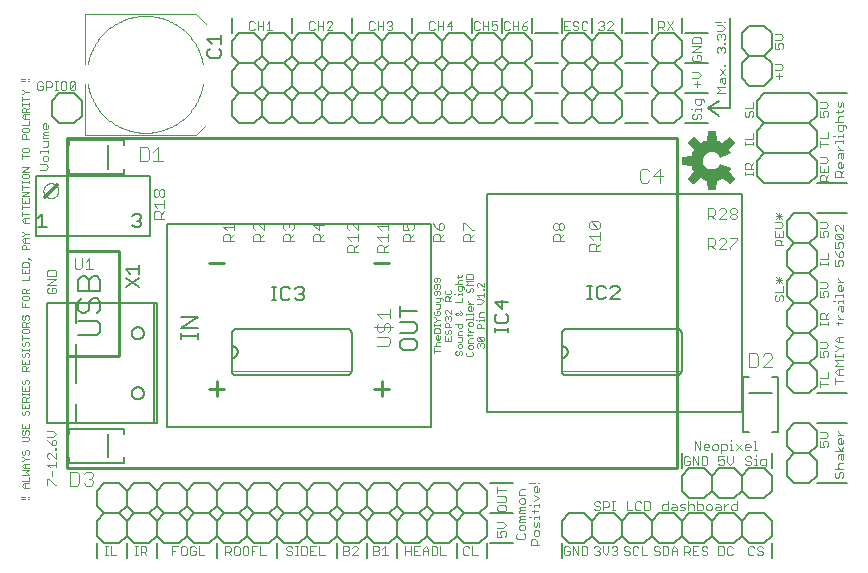
<source format=gbr>
G04 EAGLE Gerber RS-274X export*
G75*
%MOMM*%
%FSLAX34Y34*%
%LPD*%
%INSilkscreen Top*%
%IPPOS*%
%AMOC8*
5,1,8,0,0,1.08239X$1,22.5*%
G01*
%ADD10C,0.076200*%
%ADD11C,0.050800*%
%ADD12C,0.203200*%
%ADD13C,0.152400*%
%ADD14C,0.127000*%
%ADD15C,0.304800*%
%ADD16C,0.101600*%
%ADD17C,0.254000*%

G36*
X599978Y311363D02*
X599978Y311363D01*
X600010Y311361D01*
X600061Y311383D01*
X600116Y311395D01*
X600140Y311416D01*
X600170Y311428D01*
X600206Y311470D01*
X600249Y311505D01*
X600262Y311535D01*
X600283Y311559D01*
X600304Y311628D01*
X600320Y311664D01*
X600320Y311679D01*
X600325Y311698D01*
X601119Y319517D01*
X603593Y320309D01*
X603616Y320322D01*
X603651Y320333D01*
X605961Y321522D01*
X612052Y316555D01*
X612080Y316541D01*
X612104Y316520D01*
X612157Y316504D01*
X612207Y316479D01*
X612239Y316479D01*
X612270Y316470D01*
X612325Y316480D01*
X612381Y316480D01*
X612409Y316495D01*
X612441Y316500D01*
X612500Y316540D01*
X612536Y316558D01*
X612545Y316570D01*
X612561Y316581D01*
X616869Y320889D01*
X616886Y320916D01*
X616910Y320937D01*
X616931Y320989D01*
X616960Y321036D01*
X616963Y321068D01*
X616975Y321098D01*
X616972Y321153D01*
X616977Y321209D01*
X616965Y321239D01*
X616963Y321271D01*
X616929Y321334D01*
X616915Y321371D01*
X616904Y321381D01*
X616895Y321398D01*
X611928Y327489D01*
X613118Y329798D01*
X613134Y329862D01*
X613157Y329925D01*
X613155Y329946D01*
X613160Y329966D01*
X613146Y330031D01*
X613139Y330097D01*
X613128Y330115D01*
X613123Y330135D01*
X613082Y330187D01*
X613046Y330243D01*
X613027Y330256D01*
X613015Y330271D01*
X612981Y330287D01*
X612926Y330323D01*
X604264Y333911D01*
X604231Y333917D01*
X604202Y333931D01*
X604147Y333930D01*
X604093Y333939D01*
X604061Y333930D01*
X604029Y333930D01*
X603980Y333905D01*
X603927Y333889D01*
X603903Y333866D01*
X603874Y333852D01*
X603829Y333797D01*
X603801Y333770D01*
X603795Y333755D01*
X603783Y333739D01*
X603078Y332421D01*
X602154Y331295D01*
X601028Y330371D01*
X599744Y329685D01*
X598350Y329262D01*
X596901Y329119D01*
X595382Y329276D01*
X593929Y329739D01*
X592600Y330490D01*
X591453Y331496D01*
X590536Y332715D01*
X589886Y334096D01*
X589533Y335580D01*
X589490Y337105D01*
X589760Y338607D01*
X590330Y340022D01*
X591178Y341290D01*
X592267Y342359D01*
X593551Y343183D01*
X594977Y343727D01*
X596483Y343969D01*
X598007Y343897D01*
X599485Y343516D01*
X600853Y342842D01*
X602055Y341902D01*
X603039Y340736D01*
X603784Y339359D01*
X603805Y339336D01*
X603818Y339307D01*
X603861Y339271D01*
X603898Y339230D01*
X603928Y339218D01*
X603952Y339198D01*
X604007Y339185D01*
X604059Y339164D01*
X604091Y339167D01*
X604122Y339160D01*
X604193Y339174D01*
X604232Y339177D01*
X604245Y339185D01*
X604264Y339189D01*
X612926Y342777D01*
X612980Y342816D01*
X613037Y342848D01*
X613049Y342865D01*
X613066Y342878D01*
X613098Y342936D01*
X613135Y342991D01*
X613138Y343012D01*
X613148Y343031D01*
X613150Y343097D01*
X613159Y343163D01*
X613152Y343186D01*
X613153Y343204D01*
X613136Y343239D01*
X613118Y343302D01*
X611928Y345611D01*
X616895Y351702D01*
X616909Y351730D01*
X616930Y351754D01*
X616946Y351807D01*
X616971Y351857D01*
X616971Y351889D01*
X616980Y351920D01*
X616970Y351975D01*
X616970Y352031D01*
X616955Y352059D01*
X616950Y352091D01*
X616910Y352150D01*
X616892Y352186D01*
X616880Y352195D01*
X616869Y352211D01*
X612561Y356519D01*
X612534Y356536D01*
X612513Y356560D01*
X612461Y356581D01*
X612414Y356610D01*
X612382Y356613D01*
X612352Y356625D01*
X612297Y356622D01*
X612241Y356627D01*
X612211Y356615D01*
X612179Y356613D01*
X612116Y356579D01*
X612079Y356565D01*
X612069Y356554D01*
X612052Y356545D01*
X605961Y351578D01*
X603651Y352767D01*
X603639Y352770D01*
X603632Y352775D01*
X603617Y352778D01*
X603593Y352791D01*
X601119Y353583D01*
X600325Y361402D01*
X600315Y361433D01*
X600314Y361465D01*
X600287Y361514D01*
X600269Y361566D01*
X600246Y361589D01*
X600231Y361617D01*
X600185Y361649D01*
X600146Y361688D01*
X600115Y361698D01*
X600089Y361717D01*
X600019Y361730D01*
X599981Y361743D01*
X599966Y361741D01*
X599947Y361744D01*
X593853Y361744D01*
X593822Y361737D01*
X593790Y361739D01*
X593739Y361717D01*
X593684Y361705D01*
X593660Y361684D01*
X593630Y361672D01*
X593594Y361630D01*
X593551Y361595D01*
X593538Y361565D01*
X593517Y361541D01*
X593496Y361472D01*
X593480Y361436D01*
X593480Y361421D01*
X593475Y361402D01*
X592681Y353583D01*
X590207Y352791D01*
X590184Y352778D01*
X590149Y352767D01*
X587839Y351578D01*
X581748Y356545D01*
X581720Y356559D01*
X581696Y356580D01*
X581643Y356596D01*
X581593Y356621D01*
X581561Y356621D01*
X581530Y356630D01*
X581475Y356620D01*
X581419Y356620D01*
X581391Y356605D01*
X581359Y356600D01*
X581300Y356560D01*
X581265Y356542D01*
X581255Y356530D01*
X581239Y356519D01*
X576931Y352211D01*
X576914Y352184D01*
X576890Y352163D01*
X576869Y352111D01*
X576840Y352064D01*
X576837Y352032D01*
X576825Y352002D01*
X576829Y351947D01*
X576823Y351891D01*
X576835Y351861D01*
X576837Y351829D01*
X576871Y351766D01*
X576885Y351729D01*
X576896Y351719D01*
X576905Y351702D01*
X581872Y345611D01*
X580683Y343301D01*
X580676Y343275D01*
X580659Y343243D01*
X579867Y340769D01*
X572048Y339975D01*
X572017Y339965D01*
X571985Y339964D01*
X571936Y339937D01*
X571884Y339919D01*
X571861Y339896D01*
X571833Y339881D01*
X571801Y339835D01*
X571762Y339796D01*
X571752Y339765D01*
X571733Y339739D01*
X571720Y339669D01*
X571707Y339631D01*
X571709Y339616D01*
X571706Y339597D01*
X571706Y333503D01*
X571713Y333472D01*
X571711Y333440D01*
X571733Y333389D01*
X571745Y333334D01*
X571766Y333310D01*
X571778Y333280D01*
X571820Y333244D01*
X571855Y333201D01*
X571885Y333188D01*
X571909Y333167D01*
X571978Y333146D01*
X572014Y333130D01*
X572029Y333130D01*
X572048Y333125D01*
X579867Y332331D01*
X580659Y329857D01*
X580672Y329834D01*
X580683Y329799D01*
X581872Y327489D01*
X576905Y321398D01*
X576891Y321370D01*
X576870Y321346D01*
X576854Y321293D01*
X576829Y321243D01*
X576829Y321211D01*
X576820Y321180D01*
X576830Y321125D01*
X576830Y321069D01*
X576845Y321041D01*
X576850Y321009D01*
X576890Y320950D01*
X576908Y320915D01*
X576920Y320905D01*
X576931Y320889D01*
X581239Y316581D01*
X581266Y316564D01*
X581287Y316540D01*
X581339Y316519D01*
X581386Y316490D01*
X581418Y316487D01*
X581448Y316475D01*
X581503Y316479D01*
X581559Y316473D01*
X581589Y316485D01*
X581621Y316487D01*
X581684Y316521D01*
X581721Y316535D01*
X581731Y316546D01*
X581748Y316555D01*
X587839Y321522D01*
X590149Y320333D01*
X590175Y320326D01*
X590207Y320309D01*
X592681Y319517D01*
X593475Y311698D01*
X593485Y311667D01*
X593486Y311635D01*
X593513Y311586D01*
X593531Y311534D01*
X593554Y311511D01*
X593569Y311483D01*
X593615Y311451D01*
X593654Y311412D01*
X593685Y311402D01*
X593711Y311383D01*
X593781Y311370D01*
X593819Y311357D01*
X593834Y311359D01*
X593853Y311356D01*
X599947Y311356D01*
X599978Y311363D01*
G37*
D10*
X702389Y72991D02*
X701161Y71762D01*
X701161Y69305D01*
X702389Y68076D01*
X703618Y68076D01*
X704847Y69305D01*
X704847Y71762D01*
X706076Y72991D01*
X707304Y72991D01*
X708533Y71762D01*
X708533Y69305D01*
X707304Y68076D01*
X708533Y75560D02*
X701161Y75560D01*
X703618Y76789D02*
X704847Y75560D01*
X703618Y76789D02*
X703618Y79246D01*
X704847Y80475D01*
X708533Y80475D01*
X703618Y84273D02*
X703618Y86730D01*
X704847Y87959D01*
X708533Y87959D01*
X708533Y84273D01*
X707304Y83044D01*
X706076Y84273D01*
X706076Y87959D01*
X708533Y90528D02*
X701161Y90528D01*
X706076Y90528D02*
X708533Y94215D01*
X706076Y90528D02*
X703618Y94215D01*
X708533Y97994D02*
X708533Y100451D01*
X708533Y97994D02*
X707304Y96765D01*
X704847Y96765D01*
X703618Y97994D01*
X703618Y100451D01*
X704847Y101680D01*
X706076Y101680D01*
X706076Y96765D01*
X708533Y104249D02*
X703618Y104249D01*
X706076Y104249D02*
X703618Y106707D01*
X703618Y107935D01*
X701161Y322926D02*
X708533Y322926D01*
X701161Y322926D02*
X701161Y326612D01*
X702389Y327841D01*
X704847Y327841D01*
X706076Y326612D01*
X706076Y322926D01*
X706076Y325383D02*
X708533Y327841D01*
X708533Y331639D02*
X708533Y334096D01*
X708533Y331639D02*
X707304Y330410D01*
X704847Y330410D01*
X703618Y331639D01*
X703618Y334096D01*
X704847Y335325D01*
X706076Y335325D01*
X706076Y330410D01*
X703618Y339123D02*
X703618Y341580D01*
X704847Y342809D01*
X708533Y342809D01*
X708533Y339123D01*
X707304Y337894D01*
X706076Y339123D01*
X706076Y342809D01*
X708533Y345378D02*
X703618Y345378D01*
X706076Y345378D02*
X703618Y347836D01*
X703618Y349065D01*
X701161Y351615D02*
X701161Y352844D01*
X708533Y352844D01*
X708533Y351615D02*
X708533Y354073D01*
X703618Y356605D02*
X703618Y357833D01*
X708533Y357833D01*
X708533Y356605D02*
X708533Y359062D01*
X701161Y357833D02*
X699932Y357833D01*
X710990Y364052D02*
X710990Y365280D01*
X709762Y366509D01*
X703618Y366509D01*
X703618Y362823D01*
X704847Y361594D01*
X707304Y361594D01*
X708533Y362823D01*
X708533Y366509D01*
X708533Y369078D02*
X701161Y369078D01*
X703618Y370307D02*
X704847Y369078D01*
X703618Y370307D02*
X703618Y372764D01*
X704847Y373993D01*
X708533Y373993D01*
X707304Y377791D02*
X702389Y377791D01*
X707304Y377791D02*
X708533Y379020D01*
X703618Y379020D02*
X703618Y376562D01*
X708533Y381552D02*
X708533Y385238D01*
X707304Y386467D01*
X706076Y385238D01*
X706076Y382781D01*
X704847Y381552D01*
X703618Y382781D01*
X703618Y386467D01*
X701161Y150134D02*
X708533Y150134D01*
X701161Y147676D02*
X701161Y152591D01*
X703618Y155160D02*
X708533Y155160D01*
X703618Y155160D02*
X701161Y157618D01*
X703618Y160075D01*
X708533Y160075D01*
X704847Y160075D02*
X704847Y155160D01*
X708533Y162645D02*
X701161Y162645D01*
X703618Y165102D01*
X701161Y167559D01*
X708533Y167559D01*
X708533Y170129D02*
X708533Y172586D01*
X708533Y171357D02*
X701161Y171357D01*
X701161Y170129D02*
X701161Y172586D01*
X701161Y175118D02*
X702389Y175118D01*
X704847Y177576D01*
X702389Y180033D01*
X701161Y180033D01*
X704847Y177576D02*
X708533Y177576D01*
X708533Y182602D02*
X703618Y182602D01*
X701161Y185060D01*
X703618Y187517D01*
X708533Y187517D01*
X704847Y187517D02*
X704847Y182602D01*
X702389Y198799D02*
X707304Y198799D01*
X708533Y200028D01*
X703618Y200028D02*
X703618Y197571D01*
X703618Y202560D02*
X708533Y202560D01*
X706076Y202560D02*
X703618Y205017D01*
X703618Y206246D01*
X703618Y210026D02*
X703618Y212483D01*
X704847Y213712D01*
X708533Y213712D01*
X708533Y210026D01*
X707304Y208797D01*
X706076Y210026D01*
X706076Y213712D01*
X703618Y216281D02*
X703618Y217510D01*
X708533Y217510D01*
X708533Y218738D02*
X708533Y216281D01*
X701161Y217510D02*
X699932Y217510D01*
X701161Y221270D02*
X701161Y222499D01*
X708533Y222499D01*
X708533Y221270D02*
X708533Y223728D01*
X708533Y227489D02*
X708533Y229946D01*
X708533Y227489D02*
X707304Y226260D01*
X704847Y226260D01*
X703618Y227489D01*
X703618Y229946D01*
X704847Y231175D01*
X706076Y231175D01*
X706076Y226260D01*
X708533Y233744D02*
X703618Y233744D01*
X703618Y236201D02*
X706076Y233744D01*
X703618Y236201D02*
X703618Y237430D01*
X701161Y247465D02*
X701161Y252380D01*
X701161Y247465D02*
X704847Y247465D01*
X703618Y249922D01*
X703618Y251151D01*
X704847Y252380D01*
X707304Y252380D01*
X708533Y251151D01*
X708533Y248694D01*
X707304Y247465D01*
X702389Y257407D02*
X701161Y259864D01*
X702389Y257407D02*
X704847Y254949D01*
X707304Y254949D01*
X708533Y256178D01*
X708533Y258635D01*
X707304Y259864D01*
X706076Y259864D01*
X704847Y258635D01*
X704847Y254949D01*
X701161Y262433D02*
X701161Y267348D01*
X701161Y262433D02*
X704847Y262433D01*
X703618Y264891D01*
X703618Y266119D01*
X704847Y267348D01*
X707304Y267348D01*
X708533Y266119D01*
X708533Y263662D01*
X707304Y262433D01*
X707304Y269917D02*
X702389Y269917D01*
X701161Y271146D01*
X701161Y273604D01*
X702389Y274832D01*
X707304Y274832D01*
X708533Y273604D01*
X708533Y271146D01*
X707304Y269917D01*
X702389Y274832D01*
X708533Y277402D02*
X708533Y282316D01*
X708533Y277402D02*
X703618Y282316D01*
X702389Y282316D01*
X701161Y281088D01*
X701161Y278630D01*
X702389Y277402D01*
X581739Y376317D02*
X580511Y375088D01*
X580511Y372631D01*
X581739Y371402D01*
X582968Y371402D01*
X584197Y372631D01*
X584197Y375088D01*
X585426Y376317D01*
X586654Y376317D01*
X587883Y375088D01*
X587883Y372631D01*
X586654Y371402D01*
X582968Y378886D02*
X582968Y380115D01*
X587883Y380115D01*
X587883Y378886D02*
X587883Y381344D01*
X580511Y380115D02*
X579282Y380115D01*
X590340Y386333D02*
X590340Y387562D01*
X589112Y388791D01*
X582968Y388791D01*
X582968Y385104D01*
X584197Y383876D01*
X586654Y383876D01*
X587883Y385104D01*
X587883Y388791D01*
X584197Y399297D02*
X584197Y404212D01*
X586654Y401754D02*
X581739Y401754D01*
X580511Y406781D02*
X585426Y406781D01*
X587883Y409238D01*
X585426Y411696D01*
X580511Y411696D01*
X580511Y424641D02*
X581739Y425870D01*
X580511Y424641D02*
X580511Y422183D01*
X581739Y420955D01*
X586654Y420955D01*
X587883Y422183D01*
X587883Y424641D01*
X586654Y425870D01*
X584197Y425870D01*
X584197Y423412D01*
X587883Y428439D02*
X580511Y428439D01*
X587883Y433354D01*
X580511Y433354D01*
X580511Y435923D02*
X587883Y435923D01*
X587883Y439609D01*
X586654Y440838D01*
X581739Y440838D01*
X580511Y439609D01*
X580511Y435923D01*
X35639Y229020D02*
X34411Y227791D01*
X34411Y225333D01*
X35639Y224105D01*
X40554Y224105D01*
X41783Y225333D01*
X41783Y227791D01*
X40554Y229020D01*
X38097Y229020D01*
X38097Y226562D01*
X41783Y231589D02*
X34411Y231589D01*
X41783Y236504D01*
X34411Y236504D01*
X34411Y239073D02*
X41783Y239073D01*
X41783Y242759D01*
X40554Y243988D01*
X35639Y243988D01*
X34411Y242759D01*
X34411Y239073D01*
X34411Y66697D02*
X34411Y61783D01*
X34411Y66697D02*
X35639Y66697D01*
X40554Y61783D01*
X41783Y61783D01*
X38097Y69267D02*
X38097Y74182D01*
X36868Y76751D02*
X34411Y79208D01*
X41783Y79208D01*
X41783Y76751D02*
X41783Y81666D01*
X41783Y84235D02*
X41783Y89150D01*
X41783Y84235D02*
X36868Y89150D01*
X35639Y89150D01*
X34411Y87921D01*
X34411Y85464D01*
X35639Y84235D01*
X40554Y91719D02*
X41783Y91719D01*
X40554Y91719D02*
X40554Y92948D01*
X41783Y92948D01*
X41783Y91719D01*
X35639Y97919D02*
X34411Y100376D01*
X35639Y97919D02*
X38097Y95461D01*
X40554Y95461D01*
X41783Y96690D01*
X41783Y99147D01*
X40554Y100376D01*
X39326Y100376D01*
X38097Y99147D01*
X38097Y95461D01*
X39326Y102945D02*
X34411Y102945D01*
X39326Y102945D02*
X41783Y105403D01*
X39326Y107860D01*
X34411Y107860D01*
X32976Y328426D02*
X28061Y328426D01*
X32976Y328426D02*
X35433Y330883D01*
X32976Y333341D01*
X28061Y333341D01*
X35433Y337139D02*
X35433Y339596D01*
X34204Y340825D01*
X31747Y340825D01*
X30518Y339596D01*
X30518Y337139D01*
X31747Y335910D01*
X34204Y335910D01*
X35433Y337139D01*
X28061Y343394D02*
X28061Y344623D01*
X35433Y344623D01*
X35433Y343394D02*
X35433Y345852D01*
X34204Y348384D02*
X30518Y348384D01*
X34204Y348384D02*
X35433Y349612D01*
X35433Y353299D01*
X30518Y353299D01*
X30518Y355868D02*
X35433Y355868D01*
X30518Y355868D02*
X30518Y357097D01*
X31747Y358325D01*
X35433Y358325D01*
X31747Y358325D02*
X30518Y359554D01*
X31747Y360783D01*
X35433Y360783D01*
X35433Y364581D02*
X35433Y367038D01*
X35433Y364581D02*
X34204Y363352D01*
X31747Y363352D01*
X30518Y364581D01*
X30518Y367038D01*
X31747Y368267D01*
X32976Y368267D01*
X32976Y363352D01*
X688461Y277212D02*
X688461Y272297D01*
X692147Y272297D01*
X690918Y274754D01*
X690918Y275983D01*
X692147Y277212D01*
X694604Y277212D01*
X695833Y275983D01*
X695833Y273526D01*
X694604Y272297D01*
X693376Y279781D02*
X688461Y279781D01*
X693376Y279781D02*
X695833Y282238D01*
X693376Y284696D01*
X688461Y284696D01*
X688461Y226412D02*
X688461Y221497D01*
X692147Y221497D01*
X690918Y223954D01*
X690918Y225183D01*
X692147Y226412D01*
X694604Y226412D01*
X695833Y225183D01*
X695833Y222726D01*
X694604Y221497D01*
X693376Y228981D02*
X688461Y228981D01*
X693376Y228981D02*
X695833Y231438D01*
X693376Y233896D01*
X688461Y233896D01*
X688461Y175612D02*
X688461Y170697D01*
X692147Y170697D01*
X690918Y173154D01*
X690918Y174383D01*
X692147Y175612D01*
X694604Y175612D01*
X695833Y174383D01*
X695833Y171926D01*
X694604Y170697D01*
X693376Y178181D02*
X688461Y178181D01*
X693376Y178181D02*
X695833Y180638D01*
X693376Y183096D01*
X688461Y183096D01*
X688461Y147754D02*
X695833Y147754D01*
X688461Y145297D02*
X688461Y150212D01*
X688461Y152781D02*
X695833Y152781D01*
X695833Y157696D01*
X695833Y197344D02*
X695833Y199802D01*
X695833Y198573D02*
X688461Y198573D01*
X688461Y197344D02*
X688461Y199802D01*
X688461Y202334D02*
X695833Y202334D01*
X688461Y202334D02*
X688461Y206020D01*
X689689Y207249D01*
X692147Y207249D01*
X693376Y206020D01*
X693376Y202334D01*
X693376Y204791D02*
X695833Y207249D01*
X695833Y248144D02*
X695833Y250602D01*
X695833Y249373D02*
X688461Y249373D01*
X688461Y248144D02*
X688461Y250602D01*
X688461Y253134D02*
X695833Y253134D01*
X695833Y258049D01*
X695833Y350954D02*
X688461Y350954D01*
X688461Y348497D02*
X688461Y353412D01*
X688461Y355981D02*
X695833Y355981D01*
X695833Y360896D01*
X695833Y319355D02*
X688461Y319355D01*
X688461Y323041D01*
X689689Y324270D01*
X692147Y324270D01*
X693376Y323041D01*
X693376Y319355D01*
X693376Y321812D02*
X695833Y324270D01*
X688461Y326839D02*
X688461Y331754D01*
X688461Y326839D02*
X695833Y326839D01*
X695833Y331754D01*
X692147Y329296D02*
X692147Y326839D01*
X693376Y334323D02*
X688461Y334323D01*
X693376Y334323D02*
X695833Y336781D01*
X693376Y339238D01*
X688461Y339238D01*
X688461Y373897D02*
X688461Y378812D01*
X688461Y373897D02*
X692147Y373897D01*
X690918Y376354D01*
X690918Y377583D01*
X692147Y378812D01*
X694604Y378812D01*
X695833Y377583D01*
X695833Y375126D01*
X694604Y373897D01*
X693376Y381381D02*
X688461Y381381D01*
X693376Y381381D02*
X695833Y383838D01*
X693376Y386296D01*
X688461Y386296D01*
X241833Y8811D02*
X240604Y10039D01*
X238147Y10039D01*
X236918Y8811D01*
X236918Y7582D01*
X238147Y6353D01*
X240604Y6353D01*
X241833Y5124D01*
X241833Y3896D01*
X240604Y2667D01*
X238147Y2667D01*
X236918Y3896D01*
X244402Y2667D02*
X246860Y2667D01*
X245631Y2667D02*
X245631Y10039D01*
X244402Y10039D02*
X246860Y10039D01*
X249392Y10039D02*
X249392Y2667D01*
X253078Y2667D01*
X254306Y3896D01*
X254306Y8811D01*
X253078Y10039D01*
X249392Y10039D01*
X256876Y10039D02*
X261791Y10039D01*
X256876Y10039D02*
X256876Y2667D01*
X261791Y2667D01*
X259333Y6353D02*
X256876Y6353D01*
X264360Y10039D02*
X264360Y2667D01*
X269275Y2667D01*
X688461Y94497D02*
X688461Y99412D01*
X688461Y94497D02*
X692147Y94497D01*
X690918Y96954D01*
X690918Y98183D01*
X692147Y99412D01*
X694604Y99412D01*
X695833Y98183D01*
X695833Y95726D01*
X694604Y94497D01*
X693376Y101981D02*
X688461Y101981D01*
X693376Y101981D02*
X695833Y104438D01*
X693376Y106896D01*
X688461Y106896D01*
X391512Y8811D02*
X390283Y10039D01*
X387826Y10039D01*
X386597Y8811D01*
X386597Y3896D01*
X387826Y2667D01*
X390283Y2667D01*
X391512Y3896D01*
X394081Y2667D02*
X394081Y10039D01*
X394081Y2667D02*
X398996Y2667D01*
X209970Y453311D02*
X208741Y454539D01*
X206283Y454539D01*
X205055Y453311D01*
X205055Y448396D01*
X206283Y447167D01*
X208741Y447167D01*
X209970Y448396D01*
X212539Y447167D02*
X212539Y454539D01*
X212539Y450853D02*
X217454Y450853D01*
X217454Y454539D02*
X217454Y447167D01*
X220023Y452082D02*
X222480Y454539D01*
X222480Y447167D01*
X220023Y447167D02*
X224938Y447167D01*
X259541Y454539D02*
X260770Y453311D01*
X259541Y454539D02*
X257083Y454539D01*
X255855Y453311D01*
X255855Y448396D01*
X257083Y447167D01*
X259541Y447167D01*
X260770Y448396D01*
X263339Y447167D02*
X263339Y454539D01*
X263339Y450853D02*
X268254Y450853D01*
X268254Y454539D02*
X268254Y447167D01*
X270823Y447167D02*
X275738Y447167D01*
X270823Y447167D02*
X275738Y452082D01*
X275738Y453311D01*
X274509Y454539D01*
X272052Y454539D01*
X270823Y453311D01*
X310341Y454539D02*
X311570Y453311D01*
X310341Y454539D02*
X307883Y454539D01*
X306655Y453311D01*
X306655Y448396D01*
X307883Y447167D01*
X310341Y447167D01*
X311570Y448396D01*
X314139Y447167D02*
X314139Y454539D01*
X314139Y450853D02*
X319054Y450853D01*
X319054Y454539D02*
X319054Y447167D01*
X321623Y453311D02*
X322852Y454539D01*
X325309Y454539D01*
X326538Y453311D01*
X326538Y452082D01*
X325309Y450853D01*
X324080Y450853D01*
X325309Y450853D02*
X326538Y449624D01*
X326538Y448396D01*
X325309Y447167D01*
X322852Y447167D01*
X321623Y448396D01*
X361141Y454539D02*
X362370Y453311D01*
X361141Y454539D02*
X358683Y454539D01*
X357455Y453311D01*
X357455Y448396D01*
X358683Y447167D01*
X361141Y447167D01*
X362370Y448396D01*
X364939Y447167D02*
X364939Y454539D01*
X364939Y450853D02*
X369854Y450853D01*
X369854Y454539D02*
X369854Y447167D01*
X376109Y447167D02*
X376109Y454539D01*
X372423Y450853D01*
X377338Y450853D01*
X471755Y454539D02*
X476670Y454539D01*
X471755Y454539D02*
X471755Y447167D01*
X476670Y447167D01*
X474212Y450853D02*
X471755Y450853D01*
X482925Y454539D02*
X484154Y453311D01*
X482925Y454539D02*
X480468Y454539D01*
X479239Y453311D01*
X479239Y452082D01*
X480468Y450853D01*
X482925Y450853D01*
X484154Y449624D01*
X484154Y448396D01*
X482925Y447167D01*
X480468Y447167D01*
X479239Y448396D01*
X490409Y454539D02*
X491638Y453311D01*
X490409Y454539D02*
X487952Y454539D01*
X486723Y453311D01*
X486723Y448396D01*
X487952Y447167D01*
X490409Y447167D01*
X491638Y448396D01*
X551697Y447167D02*
X551697Y454539D01*
X555383Y454539D01*
X556612Y453311D01*
X556612Y450853D01*
X555383Y449624D01*
X551697Y449624D01*
X554154Y449624D02*
X556612Y447167D01*
X564096Y447167D02*
X559181Y454539D01*
X564096Y454539D02*
X559181Y447167D01*
X425870Y453311D02*
X424641Y454539D01*
X422183Y454539D01*
X420955Y453311D01*
X420955Y448396D01*
X422183Y447167D01*
X424641Y447167D01*
X425870Y448396D01*
X428439Y447167D02*
X428439Y454539D01*
X428439Y450853D02*
X433354Y450853D01*
X433354Y454539D02*
X433354Y447167D01*
X438380Y453311D02*
X440838Y454539D01*
X438380Y453311D02*
X435923Y450853D01*
X435923Y448396D01*
X437152Y447167D01*
X439609Y447167D01*
X440838Y448396D01*
X440838Y449624D01*
X439609Y450853D01*
X435923Y450853D01*
X500897Y453311D02*
X502126Y454539D01*
X504583Y454539D01*
X505812Y453311D01*
X505812Y452082D01*
X504583Y450853D01*
X503354Y450853D01*
X504583Y450853D02*
X505812Y449624D01*
X505812Y448396D01*
X504583Y447167D01*
X502126Y447167D01*
X500897Y448396D01*
X508381Y447167D02*
X513296Y447167D01*
X508381Y447167D02*
X513296Y452082D01*
X513296Y453311D01*
X512067Y454539D01*
X509610Y454539D01*
X508381Y453311D01*
X400470Y453311D02*
X399241Y454539D01*
X396783Y454539D01*
X395555Y453311D01*
X395555Y448396D01*
X396783Y447167D01*
X399241Y447167D01*
X400470Y448396D01*
X403039Y447167D02*
X403039Y454539D01*
X403039Y450853D02*
X407954Y450853D01*
X407954Y454539D02*
X407954Y447167D01*
X410523Y454539D02*
X415438Y454539D01*
X410523Y454539D02*
X410523Y450853D01*
X412980Y452082D01*
X414209Y452082D01*
X415438Y450853D01*
X415438Y448396D01*
X414209Y447167D01*
X411752Y447167D01*
X410523Y448396D01*
X140081Y10039D02*
X140081Y2667D01*
X140081Y10039D02*
X144996Y10039D01*
X142538Y6353D02*
X140081Y6353D01*
X148794Y10039D02*
X151251Y10039D01*
X148794Y10039D02*
X147565Y8811D01*
X147565Y3896D01*
X148794Y2667D01*
X151251Y2667D01*
X152480Y3896D01*
X152480Y8811D01*
X151251Y10039D01*
X158735Y10039D02*
X159964Y8811D01*
X158735Y10039D02*
X156278Y10039D01*
X155049Y8811D01*
X155049Y3896D01*
X156278Y2667D01*
X158735Y2667D01*
X159964Y3896D01*
X159964Y6353D01*
X157507Y6353D01*
X162533Y10039D02*
X162533Y2667D01*
X167448Y2667D01*
D11*
X361691Y175750D02*
X367284Y175750D01*
X361691Y173886D02*
X361691Y177614D01*
X361691Y179499D02*
X367284Y179499D01*
X364488Y179499D02*
X363556Y180431D01*
X363556Y182295D01*
X364488Y183227D01*
X367284Y183227D01*
X367284Y186044D02*
X367284Y187908D01*
X367284Y186044D02*
X366352Y185112D01*
X364488Y185112D01*
X363556Y186044D01*
X363556Y187908D01*
X364488Y188841D01*
X365420Y188841D01*
X365420Y185112D01*
X367284Y190725D02*
X361691Y190725D01*
X367284Y190725D02*
X367284Y193521D01*
X366352Y194454D01*
X362623Y194454D01*
X361691Y193521D01*
X361691Y190725D01*
X367284Y196338D02*
X367284Y198202D01*
X367284Y197270D02*
X361691Y197270D01*
X361691Y196338D02*
X361691Y198202D01*
X361691Y200080D02*
X362623Y200080D01*
X364488Y201945D01*
X362623Y203809D01*
X361691Y203809D01*
X364488Y201945D02*
X367284Y201945D01*
X361691Y208490D02*
X362623Y209422D01*
X361691Y208490D02*
X361691Y206625D01*
X362623Y205693D01*
X366352Y205693D01*
X367284Y206625D01*
X367284Y208490D01*
X366352Y209422D01*
X364488Y209422D01*
X364488Y207558D01*
X363556Y211306D02*
X366352Y211306D01*
X367284Y212239D01*
X367284Y215035D01*
X363556Y215035D01*
X363556Y216920D02*
X366352Y216920D01*
X367284Y217852D01*
X367284Y220648D01*
X368216Y220648D02*
X363556Y220648D01*
X368216Y220648D02*
X369148Y219716D01*
X369148Y218784D01*
X366352Y222533D02*
X367284Y223465D01*
X367284Y225329D01*
X366352Y226261D01*
X362623Y226261D01*
X361691Y225329D01*
X361691Y223465D01*
X362623Y222533D01*
X363556Y222533D01*
X364488Y223465D01*
X364488Y226261D01*
X366352Y228146D02*
X367284Y229078D01*
X367284Y230942D01*
X366352Y231874D01*
X362623Y231874D01*
X361691Y230942D01*
X361691Y229078D01*
X362623Y228146D01*
X363556Y228146D01*
X364488Y229078D01*
X364488Y231874D01*
X366352Y233759D02*
X367284Y234691D01*
X367284Y236555D01*
X366352Y237487D01*
X362623Y237487D01*
X361691Y236555D01*
X361691Y234691D01*
X362623Y233759D01*
X363556Y233759D01*
X364488Y234691D01*
X364488Y237487D01*
X370835Y187905D02*
X370835Y184177D01*
X376428Y184177D01*
X376428Y187905D01*
X373632Y186041D02*
X373632Y184177D01*
X370835Y192586D02*
X371767Y193518D01*
X370835Y192586D02*
X370835Y190722D01*
X371767Y189790D01*
X372700Y189790D01*
X373632Y190722D01*
X373632Y192586D01*
X374564Y193518D01*
X375496Y193518D01*
X376428Y192586D01*
X376428Y190722D01*
X375496Y189790D01*
X376428Y195403D02*
X370835Y195403D01*
X370835Y198199D01*
X371767Y199131D01*
X373632Y199131D01*
X374564Y198199D01*
X374564Y195403D01*
X371767Y201016D02*
X370835Y201948D01*
X370835Y203812D01*
X371767Y204744D01*
X372700Y204744D01*
X373632Y203812D01*
X373632Y202880D01*
X373632Y203812D02*
X374564Y204744D01*
X375496Y204744D01*
X376428Y203812D01*
X376428Y201948D01*
X375496Y201016D01*
X376428Y206629D02*
X376428Y210357D01*
X376428Y206629D02*
X372700Y210357D01*
X371767Y210357D01*
X370835Y209425D01*
X370835Y207561D01*
X371767Y206629D01*
X370835Y217855D02*
X376428Y217855D01*
X370835Y217855D02*
X370835Y220651D01*
X371767Y221584D01*
X373632Y221584D01*
X374564Y220651D01*
X374564Y217855D01*
X374564Y219719D02*
X376428Y221584D01*
X370835Y226265D02*
X371767Y227197D01*
X370835Y226265D02*
X370835Y224400D01*
X371767Y223468D01*
X375496Y223468D01*
X376428Y224400D01*
X376428Y226265D01*
X375496Y227197D01*
X380911Y175743D02*
X379979Y174811D01*
X379979Y172947D01*
X380911Y172015D01*
X381844Y172015D01*
X382776Y172947D01*
X382776Y174811D01*
X383708Y175743D01*
X384640Y175743D01*
X385572Y174811D01*
X385572Y172947D01*
X384640Y172015D01*
X385572Y178560D02*
X385572Y180424D01*
X384640Y181356D01*
X382776Y181356D01*
X381844Y180424D01*
X381844Y178560D01*
X382776Y177628D01*
X384640Y177628D01*
X385572Y178560D01*
X384640Y183241D02*
X381844Y183241D01*
X384640Y183241D02*
X385572Y184173D01*
X385572Y186969D01*
X381844Y186969D01*
X381844Y188854D02*
X385572Y188854D01*
X381844Y188854D02*
X381844Y191650D01*
X382776Y192583D01*
X385572Y192583D01*
X385572Y198196D02*
X379979Y198196D01*
X385572Y198196D02*
X385572Y195399D01*
X384640Y194467D01*
X382776Y194467D01*
X381844Y195399D01*
X381844Y198196D01*
X385572Y207558D02*
X383708Y209422D01*
X385572Y207558D02*
X385572Y206625D01*
X384640Y205693D01*
X383708Y205693D01*
X381844Y207558D01*
X380911Y207558D01*
X379979Y206625D01*
X380911Y205693D01*
X381844Y205693D01*
X385572Y209422D01*
X385572Y216920D02*
X379979Y216920D01*
X385572Y216920D02*
X385572Y220648D01*
X381844Y222533D02*
X381844Y223465D01*
X385572Y223465D01*
X385572Y222533D02*
X385572Y224397D01*
X379979Y223465D02*
X379047Y223465D01*
X387436Y228139D02*
X387436Y229071D01*
X386504Y230003D01*
X381844Y230003D01*
X381844Y227207D01*
X382776Y226275D01*
X384640Y226275D01*
X385572Y227207D01*
X385572Y230003D01*
X385572Y231888D02*
X379979Y231888D01*
X381844Y232820D02*
X382776Y231888D01*
X381844Y232820D02*
X381844Y234684D01*
X382776Y235616D01*
X385572Y235616D01*
X384640Y238433D02*
X380911Y238433D01*
X384640Y238433D02*
X385572Y239365D01*
X381844Y239365D02*
X381844Y237501D01*
X390055Y174808D02*
X389123Y173876D01*
X389123Y172011D01*
X390055Y171079D01*
X393784Y171079D01*
X394716Y172011D01*
X394716Y173876D01*
X393784Y174808D01*
X394716Y177624D02*
X394716Y179489D01*
X393784Y180421D01*
X391920Y180421D01*
X390988Y179489D01*
X390988Y177624D01*
X391920Y176692D01*
X393784Y176692D01*
X394716Y177624D01*
X394716Y182305D02*
X390988Y182305D01*
X390988Y185102D01*
X391920Y186034D01*
X394716Y186034D01*
X393784Y188851D02*
X390055Y188851D01*
X393784Y188851D02*
X394716Y189783D01*
X390988Y189783D02*
X390988Y187919D01*
X390988Y191661D02*
X394716Y191661D01*
X392852Y191661D02*
X390988Y193525D01*
X390988Y194457D01*
X394716Y197270D02*
X394716Y199135D01*
X393784Y200067D01*
X391920Y200067D01*
X390988Y199135D01*
X390988Y197270D01*
X391920Y196338D01*
X393784Y196338D01*
X394716Y197270D01*
X389123Y201951D02*
X389123Y202883D01*
X394716Y202883D01*
X394716Y201951D02*
X394716Y203816D01*
X389123Y205693D02*
X389123Y206625D01*
X394716Y206625D01*
X394716Y205693D02*
X394716Y207558D01*
X394716Y210368D02*
X394716Y212232D01*
X394716Y210368D02*
X393784Y209435D01*
X391920Y209435D01*
X390988Y210368D01*
X390988Y212232D01*
X391920Y213164D01*
X392852Y213164D01*
X392852Y209435D01*
X394716Y215049D02*
X390988Y215049D01*
X392852Y215049D02*
X390988Y216913D01*
X390988Y217845D01*
X389123Y228136D02*
X390055Y229068D01*
X389123Y228136D02*
X389123Y226271D01*
X390055Y225339D01*
X390988Y225339D01*
X391920Y226271D01*
X391920Y228136D01*
X392852Y229068D01*
X393784Y229068D01*
X394716Y228136D01*
X394716Y226271D01*
X393784Y225339D01*
X394716Y230952D02*
X389123Y230952D01*
X390988Y232817D01*
X389123Y234681D01*
X394716Y234681D01*
X394716Y236565D02*
X389123Y236565D01*
X394716Y236565D02*
X394716Y239362D01*
X393784Y240294D01*
X390055Y240294D01*
X389123Y239362D01*
X389123Y236565D01*
X398267Y179028D02*
X399199Y178096D01*
X398267Y179028D02*
X398267Y180892D01*
X399199Y181824D01*
X400132Y181824D01*
X401064Y180892D01*
X401064Y179960D01*
X401064Y180892D02*
X401996Y181824D01*
X402928Y181824D01*
X403860Y180892D01*
X403860Y179028D01*
X402928Y178096D01*
X402928Y183709D02*
X399199Y183709D01*
X398267Y184641D01*
X398267Y186505D01*
X399199Y187437D01*
X402928Y187437D01*
X403860Y186505D01*
X403860Y184641D01*
X402928Y183709D01*
X399199Y187437D01*
X398267Y194935D02*
X403860Y194935D01*
X398267Y194935D02*
X398267Y197731D01*
X399199Y198663D01*
X401064Y198663D01*
X401996Y197731D01*
X401996Y194935D01*
X400132Y200548D02*
X400132Y201480D01*
X403860Y201480D01*
X403860Y200548D02*
X403860Y202412D01*
X398267Y201480D02*
X397335Y201480D01*
X400132Y204290D02*
X403860Y204290D01*
X400132Y204290D02*
X400132Y207086D01*
X401064Y208019D01*
X403860Y208019D01*
X401996Y215516D02*
X398267Y215516D01*
X401996Y215516D02*
X403860Y217381D01*
X401996Y219245D01*
X398267Y219245D01*
X400132Y221129D02*
X398267Y222994D01*
X403860Y222994D01*
X403860Y224858D02*
X403860Y221129D01*
X403860Y226742D02*
X402928Y226742D01*
X402928Y227675D01*
X403860Y227675D01*
X403860Y226742D01*
X403860Y229549D02*
X403860Y233277D01*
X403860Y229549D02*
X400132Y233277D01*
X399199Y233277D01*
X398267Y232345D01*
X398267Y230481D01*
X399199Y229549D01*
D12*
X241300Y444500D02*
X241300Y457200D01*
X292100Y457200D02*
X292100Y444500D01*
X342900Y444500D02*
X342900Y457200D01*
X190500Y457200D02*
X190500Y444500D01*
X393700Y444500D02*
X393700Y457200D01*
X685800Y292100D02*
X711200Y292100D01*
X711200Y139700D02*
X685800Y139700D01*
D10*
X337271Y10039D02*
X337271Y2667D01*
X337271Y6353D02*
X342185Y6353D01*
X342185Y10039D02*
X342185Y2667D01*
X344755Y10039D02*
X349670Y10039D01*
X344755Y10039D02*
X344755Y2667D01*
X349670Y2667D01*
X347212Y6353D02*
X344755Y6353D01*
X352239Y7582D02*
X352239Y2667D01*
X352239Y7582D02*
X354696Y10039D01*
X357154Y7582D01*
X357154Y2667D01*
X357154Y6353D02*
X352239Y6353D01*
X359723Y10039D02*
X359723Y2667D01*
X363409Y2667D01*
X364638Y3896D01*
X364638Y8811D01*
X363409Y10039D01*
X359723Y10039D01*
X367207Y10039D02*
X367207Y2667D01*
X372122Y2667D01*
X110902Y2667D02*
X108444Y2667D01*
X109673Y2667D02*
X109673Y10039D01*
X108444Y10039D02*
X110902Y10039D01*
X113434Y10039D02*
X113434Y2667D01*
X113434Y10039D02*
X117120Y10039D01*
X118348Y8811D01*
X118348Y6353D01*
X117120Y5124D01*
X113434Y5124D01*
X115891Y5124D02*
X118348Y2667D01*
X85502Y2667D02*
X83044Y2667D01*
X84273Y2667D02*
X84273Y10039D01*
X83044Y10039D02*
X85502Y10039D01*
X88034Y10039D02*
X88034Y2667D01*
X92948Y2667D01*
D12*
X685800Y393700D02*
X711200Y393700D01*
D10*
X632333Y352202D02*
X632333Y349744D01*
X632333Y350973D02*
X624961Y350973D01*
X624961Y349744D02*
X624961Y352202D01*
X624961Y354734D02*
X632333Y354734D01*
X632333Y359649D01*
X632333Y326802D02*
X632333Y324344D01*
X632333Y325573D02*
X624961Y325573D01*
X624961Y324344D02*
X624961Y326802D01*
X624961Y329334D02*
X632333Y329334D01*
X624961Y329334D02*
X624961Y333020D01*
X626189Y334249D01*
X628647Y334249D01*
X629876Y333020D01*
X629876Y329334D01*
X629876Y331791D02*
X632333Y334249D01*
D12*
X685800Y317500D02*
X711200Y317500D01*
X711200Y114300D02*
X685800Y114300D01*
X685800Y63500D02*
X711200Y63500D01*
D10*
X310397Y10039D02*
X310397Y2667D01*
X310397Y10039D02*
X314083Y10039D01*
X315312Y8811D01*
X315312Y7582D01*
X314083Y6353D01*
X315312Y5124D01*
X315312Y3896D01*
X314083Y2667D01*
X310397Y2667D01*
X310397Y6353D02*
X314083Y6353D01*
X317881Y7582D02*
X320338Y10039D01*
X320338Y2667D01*
X317881Y2667D02*
X322796Y2667D01*
X284997Y2667D02*
X284997Y10039D01*
X288683Y10039D01*
X289912Y8811D01*
X289912Y7582D01*
X288683Y6353D01*
X289912Y5124D01*
X289912Y3896D01*
X288683Y2667D01*
X284997Y2667D01*
X284997Y6353D02*
X288683Y6353D01*
X292481Y2667D02*
X297396Y2667D01*
X292481Y2667D02*
X297396Y7582D01*
X297396Y8811D01*
X296167Y10039D01*
X293710Y10039D01*
X292481Y8811D01*
D12*
X76200Y12700D02*
X76200Y0D01*
X101600Y0D02*
X101600Y12700D01*
X127000Y12700D02*
X127000Y0D01*
X177800Y0D02*
X177800Y12700D01*
X228600Y12700D02*
X228600Y0D01*
X279400Y0D02*
X279400Y12700D01*
X304800Y12700D02*
X304800Y0D01*
X330200Y0D02*
X330200Y12700D01*
X381000Y12700D02*
X381000Y0D01*
X406400Y0D02*
X406400Y12700D01*
D10*
X184871Y10039D02*
X184871Y2667D01*
X184871Y10039D02*
X188557Y10039D01*
X189785Y8811D01*
X189785Y6353D01*
X188557Y5124D01*
X184871Y5124D01*
X187328Y5124D02*
X189785Y2667D01*
X193583Y10039D02*
X196041Y10039D01*
X193583Y10039D02*
X192355Y8811D01*
X192355Y3896D01*
X193583Y2667D01*
X196041Y2667D01*
X197270Y3896D01*
X197270Y8811D01*
X196041Y10039D01*
X201068Y10039D02*
X203525Y10039D01*
X201068Y10039D02*
X199839Y8811D01*
X199839Y3896D01*
X201068Y2667D01*
X203525Y2667D01*
X204754Y3896D01*
X204754Y8811D01*
X203525Y10039D01*
X207323Y10039D02*
X207323Y2667D01*
X207323Y10039D02*
X212238Y10039D01*
X209780Y6353D02*
X207323Y6353D01*
X214807Y10039D02*
X214807Y2667D01*
X219722Y2667D01*
D12*
X574675Y368300D02*
X593725Y368300D01*
X593725Y393700D02*
X574675Y393700D01*
X574675Y419100D02*
X593725Y419100D01*
X593725Y444500D02*
X574675Y444500D01*
X419100Y444500D02*
X419100Y457200D01*
X444500Y457200D02*
X444500Y444500D01*
X469900Y444500D02*
X469900Y457200D01*
X495300Y457200D02*
X495300Y444500D01*
X520700Y444500D02*
X520700Y457200D01*
X546100Y457200D02*
X546100Y444500D01*
X571500Y444500D02*
X571500Y457200D01*
D11*
X18669Y50170D02*
X17737Y50170D01*
X15873Y50170D02*
X12144Y50170D01*
X17737Y52041D02*
X18669Y52041D01*
X15873Y52041D02*
X12144Y52041D01*
X14941Y59525D02*
X18669Y59525D01*
X14941Y59525D02*
X13076Y61389D01*
X14941Y63253D01*
X18669Y63253D01*
X15873Y63253D02*
X15873Y59525D01*
X18669Y65138D02*
X13076Y65138D01*
X18669Y65138D02*
X18669Y68867D01*
X18669Y70751D02*
X13076Y70751D01*
X16805Y72615D02*
X18669Y70751D01*
X16805Y72615D02*
X18669Y74480D01*
X13076Y74480D01*
X14941Y76364D02*
X18669Y76364D01*
X14941Y76364D02*
X13076Y78228D01*
X14941Y80093D01*
X18669Y80093D01*
X15873Y80093D02*
X15873Y76364D01*
X14008Y81977D02*
X13076Y81977D01*
X14008Y81977D02*
X15873Y83842D01*
X14008Y85706D01*
X13076Y85706D01*
X15873Y83842D02*
X18669Y83842D01*
X13076Y90387D02*
X14008Y91319D01*
X13076Y90387D02*
X13076Y88523D01*
X14008Y87590D01*
X14941Y87590D01*
X15873Y88523D01*
X15873Y90387D01*
X16805Y91319D01*
X17737Y91319D01*
X18669Y90387D01*
X18669Y88523D01*
X17737Y87590D01*
X17737Y98817D02*
X13076Y98817D01*
X17737Y98817D02*
X18669Y99749D01*
X18669Y101613D01*
X17737Y102545D01*
X13076Y102545D01*
X13076Y107226D02*
X14008Y108158D01*
X13076Y107226D02*
X13076Y105362D01*
X14008Y104430D01*
X14941Y104430D01*
X15873Y105362D01*
X15873Y107226D01*
X16805Y108158D01*
X17737Y108158D01*
X18669Y107226D01*
X18669Y105362D01*
X17737Y104430D01*
X13076Y110043D02*
X13076Y113771D01*
X13076Y110043D02*
X18669Y110043D01*
X18669Y113771D01*
X15873Y111907D02*
X15873Y110043D01*
X13076Y124065D02*
X14008Y124997D01*
X13076Y124065D02*
X13076Y122201D01*
X14008Y121269D01*
X14941Y121269D01*
X15873Y122201D01*
X15873Y124065D01*
X16805Y124997D01*
X17737Y124997D01*
X18669Y124065D01*
X18669Y122201D01*
X17737Y121269D01*
X13076Y126882D02*
X13076Y130611D01*
X13076Y126882D02*
X18669Y126882D01*
X18669Y130611D01*
X15873Y128746D02*
X15873Y126882D01*
X18669Y132495D02*
X13076Y132495D01*
X13076Y135292D01*
X14008Y136224D01*
X15873Y136224D01*
X16805Y135292D01*
X16805Y132495D01*
X16805Y134359D02*
X18669Y136224D01*
X18669Y138108D02*
X18669Y139973D01*
X18669Y139040D02*
X13076Y139040D01*
X13076Y138108D02*
X13076Y139973D01*
X13076Y141850D02*
X13076Y145579D01*
X13076Y141850D02*
X18669Y141850D01*
X18669Y145579D01*
X15873Y143715D02*
X15873Y141850D01*
X13076Y150260D02*
X14008Y151192D01*
X13076Y150260D02*
X13076Y148396D01*
X14008Y147463D01*
X14941Y147463D01*
X15873Y148396D01*
X15873Y150260D01*
X16805Y151192D01*
X17737Y151192D01*
X18669Y150260D01*
X18669Y148396D01*
X17737Y147463D01*
X18669Y158690D02*
X13076Y158690D01*
X13076Y161486D01*
X14008Y162418D01*
X15873Y162418D01*
X16805Y161486D01*
X16805Y158690D01*
X16805Y160554D02*
X18669Y162418D01*
X13076Y164303D02*
X13076Y168031D01*
X13076Y164303D02*
X18669Y164303D01*
X18669Y168031D01*
X15873Y166167D02*
X15873Y164303D01*
X13076Y172712D02*
X14008Y173644D01*
X13076Y172712D02*
X13076Y170848D01*
X14008Y169916D01*
X14941Y169916D01*
X15873Y170848D01*
X15873Y172712D01*
X16805Y173644D01*
X17737Y173644D01*
X18669Y172712D01*
X18669Y170848D01*
X17737Y169916D01*
X18669Y175529D02*
X18669Y177393D01*
X18669Y176461D02*
X13076Y176461D01*
X13076Y175529D02*
X13076Y177393D01*
X13076Y182067D02*
X14008Y182999D01*
X13076Y182067D02*
X13076Y180203D01*
X14008Y179271D01*
X14941Y179271D01*
X15873Y180203D01*
X15873Y182067D01*
X16805Y182999D01*
X17737Y182999D01*
X18669Y182067D01*
X18669Y180203D01*
X17737Y179271D01*
X18669Y186748D02*
X13076Y186748D01*
X13076Y184884D02*
X13076Y188613D01*
X13076Y191429D02*
X13076Y193294D01*
X13076Y191429D02*
X14008Y190497D01*
X17737Y190497D01*
X18669Y191429D01*
X18669Y193294D01*
X17737Y194226D01*
X14008Y194226D01*
X13076Y193294D01*
X13076Y196110D02*
X18669Y196110D01*
X13076Y196110D02*
X13076Y198907D01*
X14008Y199839D01*
X15873Y199839D01*
X16805Y198907D01*
X16805Y196110D01*
X16805Y197974D02*
X18669Y199839D01*
X13076Y204520D02*
X14008Y205452D01*
X13076Y204520D02*
X13076Y202655D01*
X14008Y201723D01*
X14941Y201723D01*
X15873Y202655D01*
X15873Y204520D01*
X16805Y205452D01*
X17737Y205452D01*
X18669Y204520D01*
X18669Y202655D01*
X17737Y201723D01*
X18669Y212950D02*
X13076Y212950D01*
X13076Y216678D01*
X15873Y214814D02*
X15873Y212950D01*
X13076Y219495D02*
X13076Y221359D01*
X13076Y219495D02*
X14008Y218563D01*
X17737Y218563D01*
X18669Y219495D01*
X18669Y221359D01*
X17737Y222291D01*
X14008Y222291D01*
X13076Y221359D01*
X13076Y224176D02*
X18669Y224176D01*
X13076Y224176D02*
X13076Y226972D01*
X14008Y227904D01*
X15873Y227904D01*
X16805Y226972D01*
X16805Y224176D01*
X16805Y226040D02*
X18669Y227904D01*
X18669Y235402D02*
X13076Y235402D01*
X18669Y235402D02*
X18669Y239130D01*
X13076Y241015D02*
X13076Y244743D01*
X13076Y241015D02*
X18669Y241015D01*
X18669Y244743D01*
X15873Y242879D02*
X15873Y241015D01*
X18669Y246628D02*
X13076Y246628D01*
X18669Y246628D02*
X18669Y249424D01*
X17737Y250357D01*
X14008Y250357D01*
X13076Y249424D01*
X13076Y246628D01*
X20533Y252241D02*
X18669Y254105D01*
X17737Y254105D01*
X17737Y253173D01*
X18669Y253173D01*
X18669Y254105D01*
X18669Y261596D02*
X13076Y261596D01*
X13076Y264393D01*
X14008Y265325D01*
X15873Y265325D01*
X16805Y264393D01*
X16805Y261596D01*
X18669Y267209D02*
X14941Y267209D01*
X13076Y269074D01*
X14941Y270938D01*
X18669Y270938D01*
X15873Y270938D02*
X15873Y267209D01*
X14008Y272823D02*
X13076Y272823D01*
X14008Y272823D02*
X15873Y274687D01*
X14008Y276551D01*
X13076Y276551D01*
X15873Y274687D02*
X18669Y274687D01*
X18669Y284049D02*
X14941Y284049D01*
X13076Y285913D01*
X14941Y287777D01*
X18669Y287777D01*
X15873Y287777D02*
X15873Y284049D01*
X18669Y291526D02*
X13076Y291526D01*
X13076Y289662D02*
X13076Y293390D01*
X13076Y297139D02*
X18669Y297139D01*
X13076Y295275D02*
X13076Y299003D01*
X13076Y300888D02*
X13076Y304616D01*
X13076Y300888D02*
X18669Y300888D01*
X18669Y304616D01*
X15873Y302752D02*
X15873Y300888D01*
X18669Y306501D02*
X13076Y306501D01*
X18669Y310230D01*
X13076Y310230D01*
X13076Y313978D02*
X18669Y313978D01*
X13076Y312114D02*
X13076Y315843D01*
X18669Y317727D02*
X18669Y319592D01*
X18669Y318659D02*
X13076Y318659D01*
X13076Y317727D02*
X13076Y319592D01*
X13076Y322401D02*
X13076Y324266D01*
X13076Y322401D02*
X14008Y321469D01*
X17737Y321469D01*
X18669Y322401D01*
X18669Y324266D01*
X17737Y325198D01*
X14008Y325198D01*
X13076Y324266D01*
X13076Y327082D02*
X18669Y327082D01*
X18669Y330811D02*
X13076Y327082D01*
X13076Y330811D02*
X18669Y330811D01*
X18669Y340173D02*
X13076Y340173D01*
X13076Y338309D02*
X13076Y342037D01*
X13076Y344854D02*
X13076Y346718D01*
X13076Y344854D02*
X14008Y343922D01*
X17737Y343922D01*
X18669Y344854D01*
X18669Y346718D01*
X17737Y347650D01*
X14008Y347650D01*
X13076Y346718D01*
X13076Y355148D02*
X18669Y355148D01*
X13076Y355148D02*
X13076Y357944D01*
X14008Y358876D01*
X15873Y358876D01*
X16805Y357944D01*
X16805Y355148D01*
X13076Y361693D02*
X13076Y363557D01*
X13076Y361693D02*
X14008Y360761D01*
X17737Y360761D01*
X18669Y361693D01*
X18669Y363557D01*
X17737Y364489D01*
X14008Y364489D01*
X13076Y363557D01*
X13076Y366374D02*
X18669Y366374D01*
X18669Y370103D01*
X18669Y371987D02*
X14941Y371987D01*
X13076Y373851D01*
X14941Y375716D01*
X18669Y375716D01*
X15873Y375716D02*
X15873Y371987D01*
X18669Y377600D02*
X13076Y377600D01*
X13076Y380397D01*
X14008Y381329D01*
X15873Y381329D01*
X16805Y380397D01*
X16805Y377600D01*
X16805Y379465D02*
X18669Y381329D01*
X18669Y383213D02*
X18669Y385078D01*
X18669Y384145D02*
X13076Y384145D01*
X13076Y383213D02*
X13076Y385078D01*
X13076Y388820D02*
X18669Y388820D01*
X13076Y386955D02*
X13076Y390684D01*
X13076Y392569D02*
X14008Y392569D01*
X15873Y394433D01*
X14008Y396297D01*
X13076Y396297D01*
X15873Y394433D02*
X18669Y394433D01*
X18669Y403795D02*
X17737Y403795D01*
X15873Y403795D02*
X12144Y403795D01*
X17737Y405666D02*
X18669Y405666D01*
X15873Y405666D02*
X12144Y405666D01*
D10*
X431540Y19715D02*
X432768Y20943D01*
X431540Y19715D02*
X431540Y17257D01*
X432768Y16029D01*
X437683Y16029D01*
X438912Y17257D01*
X438912Y19715D01*
X437683Y20943D01*
X438912Y24741D02*
X438912Y27199D01*
X437683Y28428D01*
X435226Y28428D01*
X433997Y27199D01*
X433997Y24741D01*
X435226Y23513D01*
X437683Y23513D01*
X438912Y24741D01*
X438912Y30997D02*
X433997Y30997D01*
X433997Y32226D01*
X435226Y33454D01*
X438912Y33454D01*
X435226Y33454D02*
X433997Y34683D01*
X435226Y35912D01*
X438912Y35912D01*
X438912Y38481D02*
X433997Y38481D01*
X433997Y39710D01*
X435226Y40938D01*
X438912Y40938D01*
X435226Y40938D02*
X433997Y42167D01*
X435226Y43396D01*
X438912Y43396D01*
X438912Y47194D02*
X438912Y49651D01*
X437683Y50880D01*
X435226Y50880D01*
X433997Y49651D01*
X433997Y47194D01*
X435226Y45965D01*
X437683Y45965D01*
X438912Y47194D01*
X438912Y53449D02*
X433997Y53449D01*
X433997Y57135D01*
X435226Y58364D01*
X438912Y58364D01*
X443732Y11039D02*
X451104Y11039D01*
X443732Y11039D02*
X443732Y14725D01*
X444960Y15954D01*
X447418Y15954D01*
X448647Y14725D01*
X448647Y11039D01*
X451104Y19752D02*
X451104Y22209D01*
X449875Y23438D01*
X447418Y23438D01*
X446189Y22209D01*
X446189Y19752D01*
X447418Y18523D01*
X449875Y18523D01*
X451104Y19752D01*
X451104Y26007D02*
X451104Y29694D01*
X449875Y30922D01*
X448647Y29694D01*
X448647Y27236D01*
X447418Y26007D01*
X446189Y27236D01*
X446189Y30922D01*
X446189Y33492D02*
X446189Y34720D01*
X451104Y34720D01*
X451104Y33492D02*
X451104Y35949D01*
X443732Y34720D02*
X442503Y34720D01*
X444960Y39710D02*
X449875Y39710D01*
X451104Y40938D01*
X446189Y40938D02*
X446189Y38481D01*
X446189Y43470D02*
X446189Y44699D01*
X451104Y44699D01*
X451104Y43470D02*
X451104Y45928D01*
X443732Y44699D02*
X442503Y44699D01*
X446189Y48460D02*
X451104Y50917D01*
X446189Y53375D01*
X451104Y57173D02*
X451104Y59630D01*
X451104Y57173D02*
X449875Y55944D01*
X447418Y55944D01*
X446189Y57173D01*
X446189Y59630D01*
X447418Y60859D01*
X448647Y60859D01*
X448647Y55944D01*
X449875Y63428D02*
X451104Y63428D01*
X447418Y63428D02*
X442503Y63428D01*
X601148Y394081D02*
X608521Y394081D01*
X603606Y396538D02*
X601148Y394081D01*
X603606Y396538D02*
X601148Y398996D01*
X608521Y398996D01*
X603606Y402794D02*
X603606Y405251D01*
X604834Y406480D01*
X608521Y406480D01*
X608521Y402794D01*
X607292Y401565D01*
X606063Y402794D01*
X606063Y406480D01*
X603606Y409049D02*
X608521Y413964D01*
X608521Y409049D02*
X603606Y413964D01*
X607292Y416533D02*
X608521Y416533D01*
X607292Y416533D02*
X607292Y417762D01*
X608521Y417762D01*
X608521Y416533D01*
X602377Y427760D02*
X601148Y428988D01*
X601148Y431446D01*
X602377Y432675D01*
X603606Y432675D01*
X604834Y431446D01*
X604834Y430217D01*
X604834Y431446D02*
X606063Y432675D01*
X607292Y432675D01*
X608521Y431446D01*
X608521Y428988D01*
X607292Y427760D01*
X607292Y435244D02*
X608521Y435244D01*
X607292Y435244D02*
X607292Y436473D01*
X608521Y436473D01*
X608521Y435244D01*
X602377Y438986D02*
X601148Y440215D01*
X601148Y442672D01*
X602377Y443901D01*
X603606Y443901D01*
X604834Y442672D01*
X604834Y441443D01*
X604834Y442672D02*
X606063Y443901D01*
X607292Y443901D01*
X608521Y442672D01*
X608521Y440215D01*
X607292Y438986D01*
X606063Y446470D02*
X601148Y446470D01*
X606063Y446470D02*
X608521Y448927D01*
X606063Y451385D01*
X601148Y451385D01*
X607292Y453954D02*
X608521Y453954D01*
X604834Y453954D02*
X599920Y453954D01*
D12*
X593725Y381000D02*
X612775Y381000D01*
X612775Y457200D01*
X542925Y444500D02*
X523875Y444500D01*
X523875Y419100D02*
X542925Y419100D01*
X542925Y393700D02*
X523875Y393700D01*
X523875Y368300D02*
X542925Y368300D01*
X466725Y368300D02*
X447675Y368300D01*
X447675Y393700D02*
X466725Y393700D01*
X466725Y419100D02*
X447675Y419100D01*
X593725Y381000D02*
X603250Y374650D01*
X593725Y381000D02*
X603250Y387350D01*
X466725Y444500D02*
X447675Y444500D01*
D10*
X650361Y264813D02*
X657733Y264813D01*
X650361Y264813D02*
X650361Y268499D01*
X651589Y269728D01*
X654047Y269728D01*
X655276Y268499D01*
X655276Y264813D01*
X655276Y267270D02*
X657733Y269728D01*
X650361Y272297D02*
X650361Y277212D01*
X650361Y272297D02*
X657733Y272297D01*
X657733Y277212D01*
X654047Y274754D02*
X654047Y272297D01*
X655276Y279781D02*
X650361Y279781D01*
X655276Y279781D02*
X657733Y282238D01*
X655276Y284696D01*
X650361Y284696D01*
X651589Y287265D02*
X656504Y292180D01*
X656504Y287265D02*
X651589Y292180D01*
X654047Y292180D02*
X654047Y287265D01*
X656504Y289723D02*
X651589Y289723D01*
X475441Y10039D02*
X476670Y8811D01*
X475441Y10039D02*
X472983Y10039D01*
X471755Y8811D01*
X471755Y3896D01*
X472983Y2667D01*
X475441Y2667D01*
X476670Y3896D01*
X476670Y6353D01*
X474212Y6353D01*
X479239Y2667D02*
X479239Y10039D01*
X484154Y2667D01*
X484154Y10039D01*
X486723Y10039D02*
X486723Y2667D01*
X490409Y2667D01*
X491638Y3896D01*
X491638Y8811D01*
X490409Y10039D01*
X486723Y10039D01*
X497155Y8811D02*
X498383Y10039D01*
X500841Y10039D01*
X502070Y8811D01*
X502070Y7582D01*
X500841Y6353D01*
X499612Y6353D01*
X500841Y6353D02*
X502070Y5124D01*
X502070Y3896D01*
X500841Y2667D01*
X498383Y2667D01*
X497155Y3896D01*
X504639Y5124D02*
X504639Y10039D01*
X504639Y5124D02*
X507096Y2667D01*
X509554Y5124D01*
X509554Y10039D01*
X512123Y8811D02*
X513352Y10039D01*
X515809Y10039D01*
X517038Y8811D01*
X517038Y7582D01*
X515809Y6353D01*
X514580Y6353D01*
X515809Y6353D02*
X517038Y5124D01*
X517038Y3896D01*
X515809Y2667D01*
X513352Y2667D01*
X512123Y3896D01*
X526241Y10039D02*
X527470Y8811D01*
X526241Y10039D02*
X523783Y10039D01*
X522555Y8811D01*
X522555Y7582D01*
X523783Y6353D01*
X526241Y6353D01*
X527470Y5124D01*
X527470Y3896D01*
X526241Y2667D01*
X523783Y2667D01*
X522555Y3896D01*
X533725Y10039D02*
X534954Y8811D01*
X533725Y10039D02*
X531268Y10039D01*
X530039Y8811D01*
X530039Y3896D01*
X531268Y2667D01*
X533725Y2667D01*
X534954Y3896D01*
X537523Y2667D02*
X537523Y10039D01*
X537523Y2667D02*
X542438Y2667D01*
X551641Y10039D02*
X552870Y8811D01*
X551641Y10039D02*
X549183Y10039D01*
X547955Y8811D01*
X547955Y7582D01*
X549183Y6353D01*
X551641Y6353D01*
X552870Y5124D01*
X552870Y3896D01*
X551641Y2667D01*
X549183Y2667D01*
X547955Y3896D01*
X555439Y2667D02*
X555439Y10039D01*
X555439Y2667D02*
X559125Y2667D01*
X560354Y3896D01*
X560354Y8811D01*
X559125Y10039D01*
X555439Y10039D01*
X562923Y7582D02*
X562923Y2667D01*
X562923Y7582D02*
X565380Y10039D01*
X567838Y7582D01*
X567838Y2667D01*
X567838Y6353D02*
X562923Y6353D01*
X573355Y2667D02*
X573355Y10039D01*
X577041Y10039D01*
X578270Y8811D01*
X578270Y6353D01*
X577041Y5124D01*
X573355Y5124D01*
X575812Y5124D02*
X578270Y2667D01*
X580839Y10039D02*
X585754Y10039D01*
X580839Y10039D02*
X580839Y2667D01*
X585754Y2667D01*
X583296Y6353D02*
X580839Y6353D01*
X592009Y10039D02*
X593238Y8811D01*
X592009Y10039D02*
X589552Y10039D01*
X588323Y8811D01*
X588323Y7582D01*
X589552Y6353D01*
X592009Y6353D01*
X593238Y5124D01*
X593238Y3896D01*
X592009Y2667D01*
X589552Y2667D01*
X588323Y3896D01*
X602497Y2667D02*
X602497Y10039D01*
X602497Y2667D02*
X606183Y2667D01*
X607412Y3896D01*
X607412Y8811D01*
X606183Y10039D01*
X602497Y10039D01*
X613667Y10039D02*
X614896Y8811D01*
X613667Y10039D02*
X611210Y10039D01*
X609981Y8811D01*
X609981Y3896D01*
X611210Y2667D01*
X613667Y2667D01*
X614896Y3896D01*
D12*
X469900Y0D02*
X469900Y12700D01*
X647700Y12700D02*
X647700Y0D01*
D10*
X415411Y18297D02*
X415411Y23212D01*
X415411Y18297D02*
X419097Y18297D01*
X417868Y20754D01*
X417868Y21983D01*
X419097Y23212D01*
X421554Y23212D01*
X422783Y21983D01*
X422783Y19526D01*
X421554Y18297D01*
X420326Y25781D02*
X415411Y25781D01*
X420326Y25781D02*
X422783Y28238D01*
X420326Y30696D01*
X415411Y30696D01*
X415411Y41183D02*
X415411Y43641D01*
X415411Y41183D02*
X416639Y39955D01*
X421554Y39955D01*
X422783Y41183D01*
X422783Y43641D01*
X421554Y44870D01*
X416639Y44870D01*
X415411Y43641D01*
X415411Y47439D02*
X421554Y47439D01*
X422783Y48668D01*
X422783Y51125D01*
X421554Y52354D01*
X415411Y52354D01*
X415411Y57381D02*
X422783Y57381D01*
X415411Y54923D02*
X415411Y59838D01*
D12*
X409575Y12700D02*
X428625Y12700D01*
X428625Y38100D02*
X409575Y38100D01*
X409575Y63500D02*
X428625Y63500D01*
D10*
X501123Y48139D02*
X502352Y46911D01*
X501123Y48139D02*
X498665Y48139D01*
X497437Y46911D01*
X497437Y45682D01*
X498665Y44453D01*
X501123Y44453D01*
X502352Y43224D01*
X502352Y41996D01*
X501123Y40767D01*
X498665Y40767D01*
X497437Y41996D01*
X504921Y40767D02*
X504921Y48139D01*
X508607Y48139D01*
X509836Y46911D01*
X509836Y44453D01*
X508607Y43224D01*
X504921Y43224D01*
X512405Y40767D02*
X514862Y40767D01*
X513634Y40767D02*
X513634Y48139D01*
X514862Y48139D02*
X512405Y48139D01*
X524879Y48139D02*
X524879Y40767D01*
X529793Y40767D01*
X536049Y48139D02*
X537278Y46911D01*
X536049Y48139D02*
X533591Y48139D01*
X532363Y46911D01*
X532363Y41996D01*
X533591Y40767D01*
X536049Y40767D01*
X537278Y41996D01*
X539847Y40767D02*
X539847Y48139D01*
X539847Y40767D02*
X543533Y40767D01*
X544762Y41996D01*
X544762Y46911D01*
X543533Y48139D01*
X539847Y48139D01*
X559730Y48139D02*
X559730Y40767D01*
X556044Y40767D01*
X554815Y41996D01*
X554815Y44453D01*
X556044Y45682D01*
X559730Y45682D01*
X563528Y45682D02*
X565986Y45682D01*
X567214Y44453D01*
X567214Y40767D01*
X563528Y40767D01*
X562299Y41996D01*
X563528Y43224D01*
X567214Y43224D01*
X569784Y40767D02*
X573470Y40767D01*
X574698Y41996D01*
X573470Y43224D01*
X571012Y43224D01*
X569784Y44453D01*
X571012Y45682D01*
X574698Y45682D01*
X577268Y48139D02*
X577268Y40767D01*
X577268Y44453D02*
X578496Y45682D01*
X580954Y45682D01*
X582183Y44453D01*
X582183Y40767D01*
X584752Y40767D02*
X584752Y48139D01*
X584752Y40767D02*
X588438Y40767D01*
X589667Y41996D01*
X589667Y44453D01*
X588438Y45682D01*
X584752Y45682D01*
X593465Y40767D02*
X595922Y40767D01*
X597151Y41996D01*
X597151Y44453D01*
X595922Y45682D01*
X593465Y45682D01*
X592236Y44453D01*
X592236Y41996D01*
X593465Y40767D01*
X600949Y45682D02*
X603406Y45682D01*
X604635Y44453D01*
X604635Y40767D01*
X600949Y40767D01*
X599720Y41996D01*
X600949Y43224D01*
X604635Y43224D01*
X607204Y40767D02*
X607204Y45682D01*
X607204Y43224D02*
X609662Y45682D01*
X610890Y45682D01*
X618356Y48139D02*
X618356Y40767D01*
X614670Y40767D01*
X613441Y41996D01*
X613441Y44453D01*
X614670Y45682D01*
X618356Y45682D01*
X631583Y10039D02*
X632812Y8811D01*
X631583Y10039D02*
X629126Y10039D01*
X627897Y8811D01*
X627897Y3896D01*
X629126Y2667D01*
X631583Y2667D01*
X632812Y3896D01*
X639067Y10039D02*
X640296Y8811D01*
X639067Y10039D02*
X636610Y10039D01*
X635381Y8811D01*
X635381Y7582D01*
X636610Y6353D01*
X639067Y6353D01*
X640296Y5124D01*
X640296Y3896D01*
X639067Y2667D01*
X636610Y2667D01*
X635381Y3896D01*
X650361Y221441D02*
X651589Y222670D01*
X650361Y221441D02*
X650361Y218983D01*
X651589Y217755D01*
X652818Y217755D01*
X654047Y218983D01*
X654047Y221441D01*
X655276Y222670D01*
X656504Y222670D01*
X657733Y221441D01*
X657733Y218983D01*
X656504Y217755D01*
X657733Y225239D02*
X650361Y225239D01*
X657733Y225239D02*
X657733Y230154D01*
X651589Y232723D02*
X656504Y237638D01*
X656504Y232723D02*
X651589Y237638D01*
X654047Y237638D02*
X654047Y232723D01*
X656504Y235181D02*
X651589Y235181D01*
X624961Y377583D02*
X626189Y378812D01*
X624961Y377583D02*
X624961Y375126D01*
X626189Y373897D01*
X627418Y373897D01*
X628647Y375126D01*
X628647Y377583D01*
X629876Y378812D01*
X631104Y378812D01*
X632333Y377583D01*
X632333Y375126D01*
X631104Y373897D01*
X632333Y381381D02*
X624961Y381381D01*
X632333Y381381D02*
X632333Y386296D01*
X654047Y405647D02*
X654047Y410562D01*
X656504Y408104D02*
X651589Y408104D01*
X650361Y413131D02*
X655276Y413131D01*
X657733Y415588D01*
X655276Y418046D01*
X650361Y418046D01*
X650361Y431047D02*
X650361Y435962D01*
X650361Y431047D02*
X654047Y431047D01*
X652818Y433504D01*
X652818Y434733D01*
X654047Y435962D01*
X656504Y435962D01*
X657733Y434733D01*
X657733Y432276D01*
X656504Y431047D01*
X655276Y438531D02*
X650361Y438531D01*
X655276Y438531D02*
X657733Y440988D01*
X655276Y443446D01*
X650361Y443446D01*
X577041Y86239D02*
X578270Y85011D01*
X577041Y86239D02*
X574583Y86239D01*
X573355Y85011D01*
X573355Y80096D01*
X574583Y78867D01*
X577041Y78867D01*
X578270Y80096D01*
X578270Y82553D01*
X575812Y82553D01*
X580839Y78867D02*
X580839Y86239D01*
X585754Y78867D01*
X585754Y86239D01*
X588323Y86239D02*
X588323Y78867D01*
X592009Y78867D01*
X593238Y80096D01*
X593238Y85011D01*
X592009Y86239D01*
X588323Y86239D01*
X602497Y86239D02*
X607412Y86239D01*
X602497Y86239D02*
X602497Y82553D01*
X604954Y83782D01*
X606183Y83782D01*
X607412Y82553D01*
X607412Y80096D01*
X606183Y78867D01*
X603726Y78867D01*
X602497Y80096D01*
X609981Y81324D02*
X609981Y86239D01*
X609981Y81324D02*
X612438Y78867D01*
X614896Y81324D01*
X614896Y86239D01*
X629088Y86239D02*
X630317Y85011D01*
X629088Y86239D02*
X626631Y86239D01*
X625402Y85011D01*
X625402Y83782D01*
X626631Y82553D01*
X629088Y82553D01*
X630317Y81324D01*
X630317Y80096D01*
X629088Y78867D01*
X626631Y78867D01*
X625402Y80096D01*
X632886Y83782D02*
X634115Y83782D01*
X634115Y78867D01*
X632886Y78867D02*
X635344Y78867D01*
X634115Y86239D02*
X634115Y87468D01*
X640333Y76410D02*
X641562Y76410D01*
X642791Y77638D01*
X642791Y83782D01*
X639104Y83782D01*
X637876Y82553D01*
X637876Y80096D01*
X639104Y78867D01*
X642791Y78867D01*
X582539Y91567D02*
X582539Y98939D01*
X587454Y91567D01*
X587454Y98939D01*
X591252Y91567D02*
X593709Y91567D01*
X591252Y91567D02*
X590023Y92796D01*
X590023Y95253D01*
X591252Y96482D01*
X593709Y96482D01*
X594938Y95253D01*
X594938Y94024D01*
X590023Y94024D01*
X598736Y91567D02*
X601194Y91567D01*
X602422Y92796D01*
X602422Y95253D01*
X601194Y96482D01*
X598736Y96482D01*
X597507Y95253D01*
X597507Y92796D01*
X598736Y91567D01*
X604992Y89110D02*
X604992Y96482D01*
X608678Y96482D01*
X609906Y95253D01*
X609906Y92796D01*
X608678Y91567D01*
X604992Y91567D01*
X612476Y96482D02*
X613704Y96482D01*
X613704Y91567D01*
X612476Y91567D02*
X614933Y91567D01*
X613704Y98939D02*
X613704Y100168D01*
X617465Y96482D02*
X622380Y91567D01*
X617465Y91567D02*
X622380Y96482D01*
X626178Y91567D02*
X628635Y91567D01*
X626178Y91567D02*
X624949Y92796D01*
X624949Y95253D01*
X626178Y96482D01*
X628635Y96482D01*
X629864Y95253D01*
X629864Y94024D01*
X624949Y94024D01*
X632433Y98939D02*
X633662Y98939D01*
X633662Y91567D01*
X632433Y91567D02*
X634891Y91567D01*
X30695Y402511D02*
X29467Y403739D01*
X27009Y403739D01*
X25780Y402511D01*
X25780Y397596D01*
X27009Y396367D01*
X29467Y396367D01*
X30695Y397596D01*
X30695Y400053D01*
X28238Y400053D01*
X33265Y396367D02*
X33265Y403739D01*
X36951Y403739D01*
X38179Y402511D01*
X38179Y400053D01*
X36951Y398824D01*
X33265Y398824D01*
X40749Y396367D02*
X43206Y396367D01*
X41977Y396367D02*
X41977Y403739D01*
X40749Y403739D02*
X43206Y403739D01*
X46967Y403739D02*
X49424Y403739D01*
X46967Y403739D02*
X45738Y402511D01*
X45738Y397596D01*
X46967Y396367D01*
X49424Y396367D01*
X50653Y397596D01*
X50653Y402511D01*
X49424Y403739D01*
X53222Y402511D02*
X53222Y397596D01*
X53222Y402511D02*
X54451Y403739D01*
X56909Y403739D01*
X58137Y402511D01*
X58137Y397596D01*
X56909Y396367D01*
X54451Y396367D01*
X53222Y397596D01*
X58137Y402511D01*
D12*
X647700Y88900D02*
X647700Y76200D01*
X571500Y76200D02*
X571500Y88900D01*
D13*
X124460Y114300D02*
X124460Y215900D01*
X58420Y114300D02*
X34290Y114300D01*
X34290Y215900D01*
X58420Y215900D02*
X124460Y215900D01*
X58420Y215900D02*
X58420Y199390D01*
X58420Y181610D02*
X58420Y148590D01*
X58420Y130810D02*
X58420Y114300D01*
X58420Y215900D02*
X34290Y215900D01*
X58420Y114300D02*
X124460Y114300D01*
X124460Y215900D02*
X127000Y215900D01*
X127000Y114300D01*
X124460Y114300D01*
X105918Y190500D02*
X105920Y190642D01*
X105926Y190785D01*
X105936Y190927D01*
X105950Y191069D01*
X105968Y191210D01*
X105990Y191351D01*
X106016Y191491D01*
X106045Y191630D01*
X106079Y191769D01*
X106117Y191906D01*
X106158Y192043D01*
X106203Y192178D01*
X106252Y192312D01*
X106305Y192444D01*
X106361Y192575D01*
X106421Y192704D01*
X106485Y192832D01*
X106552Y192957D01*
X106623Y193081D01*
X106697Y193203D01*
X106774Y193322D01*
X106855Y193440D01*
X106939Y193555D01*
X107026Y193667D01*
X107117Y193777D01*
X107210Y193885D01*
X107307Y193990D01*
X107406Y194092D01*
X107508Y194191D01*
X107613Y194288D01*
X107721Y194381D01*
X107831Y194472D01*
X107943Y194559D01*
X108058Y194643D01*
X108176Y194724D01*
X108295Y194801D01*
X108417Y194875D01*
X108541Y194946D01*
X108666Y195013D01*
X108794Y195077D01*
X108923Y195137D01*
X109054Y195193D01*
X109186Y195246D01*
X109320Y195295D01*
X109455Y195340D01*
X109592Y195381D01*
X109729Y195419D01*
X109868Y195453D01*
X110007Y195482D01*
X110147Y195508D01*
X110288Y195530D01*
X110429Y195548D01*
X110571Y195562D01*
X110713Y195572D01*
X110856Y195578D01*
X110998Y195580D01*
X111140Y195578D01*
X111283Y195572D01*
X111425Y195562D01*
X111567Y195548D01*
X111708Y195530D01*
X111849Y195508D01*
X111989Y195482D01*
X112128Y195453D01*
X112267Y195419D01*
X112404Y195381D01*
X112541Y195340D01*
X112676Y195295D01*
X112810Y195246D01*
X112942Y195193D01*
X113073Y195137D01*
X113202Y195077D01*
X113330Y195013D01*
X113455Y194946D01*
X113579Y194875D01*
X113701Y194801D01*
X113820Y194724D01*
X113938Y194643D01*
X114053Y194559D01*
X114165Y194472D01*
X114275Y194381D01*
X114383Y194288D01*
X114488Y194191D01*
X114590Y194092D01*
X114689Y193990D01*
X114786Y193885D01*
X114879Y193777D01*
X114970Y193667D01*
X115057Y193555D01*
X115141Y193440D01*
X115222Y193322D01*
X115299Y193203D01*
X115373Y193081D01*
X115444Y192957D01*
X115511Y192832D01*
X115575Y192704D01*
X115635Y192575D01*
X115691Y192444D01*
X115744Y192312D01*
X115793Y192178D01*
X115838Y192043D01*
X115879Y191906D01*
X115917Y191769D01*
X115951Y191630D01*
X115980Y191491D01*
X116006Y191351D01*
X116028Y191210D01*
X116046Y191069D01*
X116060Y190927D01*
X116070Y190785D01*
X116076Y190642D01*
X116078Y190500D01*
X116076Y190358D01*
X116070Y190215D01*
X116060Y190073D01*
X116046Y189931D01*
X116028Y189790D01*
X116006Y189649D01*
X115980Y189509D01*
X115951Y189370D01*
X115917Y189231D01*
X115879Y189094D01*
X115838Y188957D01*
X115793Y188822D01*
X115744Y188688D01*
X115691Y188556D01*
X115635Y188425D01*
X115575Y188296D01*
X115511Y188168D01*
X115444Y188043D01*
X115373Y187919D01*
X115299Y187797D01*
X115222Y187678D01*
X115141Y187560D01*
X115057Y187445D01*
X114970Y187333D01*
X114879Y187223D01*
X114786Y187115D01*
X114689Y187010D01*
X114590Y186908D01*
X114488Y186809D01*
X114383Y186712D01*
X114275Y186619D01*
X114165Y186528D01*
X114053Y186441D01*
X113938Y186357D01*
X113820Y186276D01*
X113701Y186199D01*
X113579Y186125D01*
X113455Y186054D01*
X113330Y185987D01*
X113202Y185923D01*
X113073Y185863D01*
X112942Y185807D01*
X112810Y185754D01*
X112676Y185705D01*
X112541Y185660D01*
X112404Y185619D01*
X112267Y185581D01*
X112128Y185547D01*
X111989Y185518D01*
X111849Y185492D01*
X111708Y185470D01*
X111567Y185452D01*
X111425Y185438D01*
X111283Y185428D01*
X111140Y185422D01*
X110998Y185420D01*
X110856Y185422D01*
X110713Y185428D01*
X110571Y185438D01*
X110429Y185452D01*
X110288Y185470D01*
X110147Y185492D01*
X110007Y185518D01*
X109868Y185547D01*
X109729Y185581D01*
X109592Y185619D01*
X109455Y185660D01*
X109320Y185705D01*
X109186Y185754D01*
X109054Y185807D01*
X108923Y185863D01*
X108794Y185923D01*
X108666Y185987D01*
X108541Y186054D01*
X108417Y186125D01*
X108295Y186199D01*
X108176Y186276D01*
X108058Y186357D01*
X107943Y186441D01*
X107831Y186528D01*
X107721Y186619D01*
X107613Y186712D01*
X107508Y186809D01*
X107406Y186908D01*
X107307Y187010D01*
X107210Y187115D01*
X107117Y187223D01*
X107026Y187333D01*
X106939Y187445D01*
X106855Y187560D01*
X106774Y187678D01*
X106697Y187797D01*
X106623Y187919D01*
X106552Y188043D01*
X106485Y188168D01*
X106421Y188296D01*
X106361Y188425D01*
X106305Y188556D01*
X106252Y188688D01*
X106203Y188822D01*
X106158Y188957D01*
X106117Y189094D01*
X106079Y189231D01*
X106045Y189370D01*
X106016Y189509D01*
X105990Y189649D01*
X105968Y189790D01*
X105950Y189931D01*
X105936Y190073D01*
X105926Y190215D01*
X105920Y190358D01*
X105918Y190500D01*
X105918Y139700D02*
X105920Y139842D01*
X105926Y139985D01*
X105936Y140127D01*
X105950Y140269D01*
X105968Y140410D01*
X105990Y140551D01*
X106016Y140691D01*
X106045Y140830D01*
X106079Y140969D01*
X106117Y141106D01*
X106158Y141243D01*
X106203Y141378D01*
X106252Y141512D01*
X106305Y141644D01*
X106361Y141775D01*
X106421Y141904D01*
X106485Y142032D01*
X106552Y142157D01*
X106623Y142281D01*
X106697Y142403D01*
X106774Y142522D01*
X106855Y142640D01*
X106939Y142755D01*
X107026Y142867D01*
X107117Y142977D01*
X107210Y143085D01*
X107307Y143190D01*
X107406Y143292D01*
X107508Y143391D01*
X107613Y143488D01*
X107721Y143581D01*
X107831Y143672D01*
X107943Y143759D01*
X108058Y143843D01*
X108176Y143924D01*
X108295Y144001D01*
X108417Y144075D01*
X108541Y144146D01*
X108666Y144213D01*
X108794Y144277D01*
X108923Y144337D01*
X109054Y144393D01*
X109186Y144446D01*
X109320Y144495D01*
X109455Y144540D01*
X109592Y144581D01*
X109729Y144619D01*
X109868Y144653D01*
X110007Y144682D01*
X110147Y144708D01*
X110288Y144730D01*
X110429Y144748D01*
X110571Y144762D01*
X110713Y144772D01*
X110856Y144778D01*
X110998Y144780D01*
X111140Y144778D01*
X111283Y144772D01*
X111425Y144762D01*
X111567Y144748D01*
X111708Y144730D01*
X111849Y144708D01*
X111989Y144682D01*
X112128Y144653D01*
X112267Y144619D01*
X112404Y144581D01*
X112541Y144540D01*
X112676Y144495D01*
X112810Y144446D01*
X112942Y144393D01*
X113073Y144337D01*
X113202Y144277D01*
X113330Y144213D01*
X113455Y144146D01*
X113579Y144075D01*
X113701Y144001D01*
X113820Y143924D01*
X113938Y143843D01*
X114053Y143759D01*
X114165Y143672D01*
X114275Y143581D01*
X114383Y143488D01*
X114488Y143391D01*
X114590Y143292D01*
X114689Y143190D01*
X114786Y143085D01*
X114879Y142977D01*
X114970Y142867D01*
X115057Y142755D01*
X115141Y142640D01*
X115222Y142522D01*
X115299Y142403D01*
X115373Y142281D01*
X115444Y142157D01*
X115511Y142032D01*
X115575Y141904D01*
X115635Y141775D01*
X115691Y141644D01*
X115744Y141512D01*
X115793Y141378D01*
X115838Y141243D01*
X115879Y141106D01*
X115917Y140969D01*
X115951Y140830D01*
X115980Y140691D01*
X116006Y140551D01*
X116028Y140410D01*
X116046Y140269D01*
X116060Y140127D01*
X116070Y139985D01*
X116076Y139842D01*
X116078Y139700D01*
X116076Y139558D01*
X116070Y139415D01*
X116060Y139273D01*
X116046Y139131D01*
X116028Y138990D01*
X116006Y138849D01*
X115980Y138709D01*
X115951Y138570D01*
X115917Y138431D01*
X115879Y138294D01*
X115838Y138157D01*
X115793Y138022D01*
X115744Y137888D01*
X115691Y137756D01*
X115635Y137625D01*
X115575Y137496D01*
X115511Y137368D01*
X115444Y137243D01*
X115373Y137119D01*
X115299Y136997D01*
X115222Y136878D01*
X115141Y136760D01*
X115057Y136645D01*
X114970Y136533D01*
X114879Y136423D01*
X114786Y136315D01*
X114689Y136210D01*
X114590Y136108D01*
X114488Y136009D01*
X114383Y135912D01*
X114275Y135819D01*
X114165Y135728D01*
X114053Y135641D01*
X113938Y135557D01*
X113820Y135476D01*
X113701Y135399D01*
X113579Y135325D01*
X113455Y135254D01*
X113330Y135187D01*
X113202Y135123D01*
X113073Y135063D01*
X112942Y135007D01*
X112810Y134954D01*
X112676Y134905D01*
X112541Y134860D01*
X112404Y134819D01*
X112267Y134781D01*
X112128Y134747D01*
X111989Y134718D01*
X111849Y134692D01*
X111708Y134670D01*
X111567Y134652D01*
X111425Y134638D01*
X111283Y134628D01*
X111140Y134622D01*
X110998Y134620D01*
X110856Y134622D01*
X110713Y134628D01*
X110571Y134638D01*
X110429Y134652D01*
X110288Y134670D01*
X110147Y134692D01*
X110007Y134718D01*
X109868Y134747D01*
X109729Y134781D01*
X109592Y134819D01*
X109455Y134860D01*
X109320Y134905D01*
X109186Y134954D01*
X109054Y135007D01*
X108923Y135063D01*
X108794Y135123D01*
X108666Y135187D01*
X108541Y135254D01*
X108417Y135325D01*
X108295Y135399D01*
X108176Y135476D01*
X108058Y135557D01*
X107943Y135641D01*
X107831Y135728D01*
X107721Y135819D01*
X107613Y135912D01*
X107508Y136009D01*
X107406Y136108D01*
X107307Y136210D01*
X107210Y136315D01*
X107117Y136423D01*
X107026Y136533D01*
X106939Y136645D01*
X106855Y136760D01*
X106774Y136878D01*
X106697Y136997D01*
X106623Y137119D01*
X106552Y137243D01*
X106485Y137368D01*
X106421Y137496D01*
X106361Y137625D01*
X106305Y137756D01*
X106252Y137888D01*
X106203Y138022D01*
X106158Y138157D01*
X106117Y138294D01*
X106079Y138431D01*
X106045Y138570D01*
X106016Y138709D01*
X105990Y138849D01*
X105968Y138990D01*
X105950Y139131D01*
X105936Y139273D01*
X105926Y139415D01*
X105920Y139558D01*
X105918Y139700D01*
D14*
X100955Y229235D02*
X112395Y236862D01*
X112395Y229235D02*
X100955Y236862D01*
X104769Y240929D02*
X100955Y244742D01*
X112395Y244742D01*
X112395Y240929D02*
X112395Y248555D01*
D13*
X121285Y323850D02*
X24765Y323850D01*
D15*
X32385Y306070D02*
X42545Y316230D01*
D13*
X24765Y273050D02*
X121285Y273050D01*
X24765Y273050D02*
X24765Y323850D01*
X121285Y323850D02*
X121285Y273050D01*
D11*
X31115Y311150D02*
X31117Y311309D01*
X31123Y311468D01*
X31133Y311626D01*
X31147Y311785D01*
X31165Y311943D01*
X31186Y312100D01*
X31212Y312257D01*
X31242Y312413D01*
X31275Y312569D01*
X31313Y312723D01*
X31354Y312877D01*
X31399Y313029D01*
X31448Y313180D01*
X31501Y313330D01*
X31557Y313479D01*
X31618Y313626D01*
X31681Y313771D01*
X31749Y313915D01*
X31820Y314058D01*
X31894Y314198D01*
X31972Y314336D01*
X32054Y314473D01*
X32139Y314607D01*
X32227Y314740D01*
X32318Y314870D01*
X32413Y314997D01*
X32511Y315122D01*
X32612Y315245D01*
X32716Y315365D01*
X32823Y315483D01*
X32933Y315598D01*
X33046Y315710D01*
X33161Y315819D01*
X33279Y315925D01*
X33400Y316029D01*
X33524Y316129D01*
X33649Y316226D01*
X33778Y316320D01*
X33908Y316410D01*
X34041Y316498D01*
X34176Y316582D01*
X34313Y316662D01*
X34452Y316740D01*
X34593Y316813D01*
X34735Y316883D01*
X34880Y316950D01*
X35026Y317013D01*
X35173Y317072D01*
X35322Y317128D01*
X35473Y317179D01*
X35624Y317227D01*
X35777Y317271D01*
X35931Y317312D01*
X36085Y317348D01*
X36241Y317381D01*
X36397Y317410D01*
X36554Y317434D01*
X36712Y317455D01*
X36870Y317472D01*
X37028Y317485D01*
X37187Y317494D01*
X37346Y317499D01*
X37505Y317500D01*
X37664Y317497D01*
X37822Y317490D01*
X37981Y317479D01*
X38139Y317464D01*
X38297Y317445D01*
X38454Y317422D01*
X38611Y317396D01*
X38767Y317365D01*
X38922Y317331D01*
X39076Y317292D01*
X39230Y317250D01*
X39382Y317204D01*
X39533Y317154D01*
X39682Y317100D01*
X39831Y317043D01*
X39977Y316982D01*
X40123Y316917D01*
X40266Y316849D01*
X40408Y316777D01*
X40548Y316701D01*
X40686Y316623D01*
X40822Y316540D01*
X40956Y316455D01*
X41087Y316366D01*
X41217Y316273D01*
X41344Y316178D01*
X41468Y316079D01*
X41591Y315977D01*
X41710Y315873D01*
X41827Y315765D01*
X41941Y315654D01*
X42052Y315541D01*
X42161Y315425D01*
X42266Y315306D01*
X42369Y315184D01*
X42468Y315060D01*
X42565Y314934D01*
X42658Y314805D01*
X42748Y314674D01*
X42834Y314540D01*
X42917Y314405D01*
X42997Y314267D01*
X43073Y314128D01*
X43146Y313987D01*
X43215Y313844D01*
X43281Y313699D01*
X43343Y313552D01*
X43401Y313405D01*
X43456Y313255D01*
X43507Y313105D01*
X43554Y312953D01*
X43597Y312800D01*
X43636Y312646D01*
X43672Y312491D01*
X43703Y312335D01*
X43731Y312179D01*
X43755Y312022D01*
X43775Y311864D01*
X43791Y311706D01*
X43803Y311547D01*
X43811Y311388D01*
X43815Y311229D01*
X43815Y311071D01*
X43811Y310912D01*
X43803Y310753D01*
X43791Y310594D01*
X43775Y310436D01*
X43755Y310278D01*
X43731Y310121D01*
X43703Y309965D01*
X43672Y309809D01*
X43636Y309654D01*
X43597Y309500D01*
X43554Y309347D01*
X43507Y309195D01*
X43456Y309045D01*
X43401Y308895D01*
X43343Y308748D01*
X43281Y308601D01*
X43215Y308456D01*
X43146Y308313D01*
X43073Y308172D01*
X42997Y308033D01*
X42917Y307895D01*
X42834Y307760D01*
X42748Y307626D01*
X42658Y307495D01*
X42565Y307366D01*
X42468Y307240D01*
X42369Y307116D01*
X42266Y306994D01*
X42161Y306875D01*
X42052Y306759D01*
X41941Y306646D01*
X41827Y306535D01*
X41710Y306427D01*
X41591Y306323D01*
X41468Y306221D01*
X41344Y306122D01*
X41217Y306027D01*
X41087Y305934D01*
X40956Y305845D01*
X40822Y305760D01*
X40686Y305677D01*
X40548Y305599D01*
X40408Y305523D01*
X40266Y305451D01*
X40123Y305383D01*
X39977Y305318D01*
X39831Y305257D01*
X39682Y305200D01*
X39533Y305146D01*
X39382Y305096D01*
X39230Y305050D01*
X39076Y305008D01*
X38922Y304969D01*
X38767Y304935D01*
X38611Y304904D01*
X38454Y304878D01*
X38297Y304855D01*
X38139Y304836D01*
X37981Y304821D01*
X37822Y304810D01*
X37664Y304803D01*
X37505Y304800D01*
X37346Y304801D01*
X37187Y304806D01*
X37028Y304815D01*
X36870Y304828D01*
X36712Y304845D01*
X36554Y304866D01*
X36397Y304890D01*
X36241Y304919D01*
X36085Y304952D01*
X35931Y304988D01*
X35777Y305029D01*
X35624Y305073D01*
X35473Y305121D01*
X35322Y305172D01*
X35173Y305228D01*
X35026Y305287D01*
X34880Y305350D01*
X34735Y305417D01*
X34593Y305487D01*
X34452Y305560D01*
X34313Y305638D01*
X34176Y305718D01*
X34041Y305802D01*
X33908Y305890D01*
X33778Y305980D01*
X33649Y306074D01*
X33524Y306171D01*
X33400Y306271D01*
X33279Y306375D01*
X33161Y306481D01*
X33046Y306590D01*
X32933Y306702D01*
X32823Y306817D01*
X32716Y306935D01*
X32612Y307055D01*
X32511Y307178D01*
X32413Y307303D01*
X32318Y307430D01*
X32227Y307560D01*
X32139Y307693D01*
X32054Y307827D01*
X31972Y307964D01*
X31894Y308102D01*
X31820Y308242D01*
X31749Y308385D01*
X31681Y308529D01*
X31618Y308674D01*
X31557Y308821D01*
X31501Y308970D01*
X31448Y309120D01*
X31399Y309271D01*
X31354Y309423D01*
X31313Y309577D01*
X31275Y309731D01*
X31242Y309887D01*
X31212Y310043D01*
X31186Y310200D01*
X31165Y310357D01*
X31147Y310515D01*
X31133Y310674D01*
X31123Y310832D01*
X31117Y310991D01*
X31115Y311150D01*
D14*
X106416Y289568D02*
X108323Y291475D01*
X112136Y291475D01*
X114043Y289568D01*
X114043Y287662D01*
X112136Y285755D01*
X110229Y285755D01*
X112136Y285755D02*
X114043Y283848D01*
X114043Y281942D01*
X112136Y280035D01*
X108323Y280035D01*
X106416Y281942D01*
X30219Y291475D02*
X26406Y287662D01*
X30219Y291475D02*
X30219Y280035D01*
X26406Y280035D02*
X34033Y280035D01*
D16*
X124452Y287402D02*
X133604Y287402D01*
X124452Y287402D02*
X124452Y291978D01*
X125978Y293504D01*
X129028Y293504D01*
X130553Y291978D01*
X130553Y287402D01*
X130553Y290453D02*
X133604Y293504D01*
X127503Y296758D02*
X124452Y299808D01*
X133604Y299808D01*
X133604Y296758D02*
X133604Y302859D01*
X125978Y306113D02*
X124452Y307638D01*
X124452Y310689D01*
X125978Y312214D01*
X127503Y312214D01*
X129028Y310689D01*
X130553Y312214D01*
X132079Y312214D01*
X133604Y310689D01*
X133604Y307638D01*
X132079Y306113D01*
X130553Y306113D01*
X129028Y307638D01*
X127503Y306113D01*
X125978Y306113D01*
X129028Y307638D02*
X129028Y310689D01*
X313555Y259208D02*
X322707Y259208D01*
X313555Y259208D02*
X313555Y263784D01*
X315081Y265309D01*
X318131Y265309D01*
X319656Y263784D01*
X319656Y259208D01*
X319656Y262258D02*
X322707Y265309D01*
X316606Y268563D02*
X313555Y271614D01*
X322707Y271614D01*
X322707Y274664D02*
X322707Y268563D01*
X316606Y277918D02*
X313555Y280969D01*
X322707Y280969D01*
X322707Y284019D02*
X322707Y277918D01*
X297307Y259208D02*
X288155Y259208D01*
X288155Y263784D01*
X289681Y265309D01*
X292731Y265309D01*
X294256Y263784D01*
X294256Y259208D01*
X294256Y262258D02*
X297307Y265309D01*
X291206Y268563D02*
X288155Y271614D01*
X297307Y271614D01*
X297307Y274664D02*
X297307Y268563D01*
X297307Y277918D02*
X297307Y284019D01*
X297307Y277918D02*
X291206Y284019D01*
X289681Y284019D01*
X288155Y282494D01*
X288155Y279443D01*
X289681Y277918D01*
X166225Y418075D02*
X166002Y419268D01*
X165750Y420456D01*
X165469Y421637D01*
X165159Y422811D01*
X164820Y423977D01*
X164453Y425134D01*
X164058Y426282D01*
X163634Y427420D01*
X163183Y428547D01*
X162704Y429662D01*
X162198Y430766D01*
X161665Y431857D01*
X161106Y432934D01*
X160520Y433998D01*
X159909Y435046D01*
X159271Y436080D01*
X158609Y437097D01*
X157922Y438098D01*
X157210Y439082D01*
X156475Y440048D01*
X155716Y440995D01*
X154934Y441924D01*
X154130Y442833D01*
X153303Y443722D01*
X152455Y444591D01*
X151586Y445439D01*
X150696Y446265D01*
X149787Y447069D01*
X148857Y447850D01*
X147909Y448609D01*
X146943Y449343D01*
X145959Y450054D01*
X144958Y450741D01*
X143940Y451403D01*
X142906Y452040D01*
X141857Y452651D01*
X140794Y453236D01*
X139716Y453795D01*
X138625Y454327D01*
X137521Y454833D01*
X136405Y455311D01*
X135278Y455762D01*
X134140Y456184D01*
X132992Y456579D01*
X131834Y456946D01*
X130668Y457284D01*
X129494Y457593D01*
X128313Y457873D01*
X127125Y458125D01*
X125932Y458347D01*
X124733Y458540D01*
X123530Y458703D01*
X122323Y458837D01*
X121114Y458941D01*
X119902Y459015D01*
X118689Y459060D01*
X117475Y459075D01*
X116261Y459060D01*
X115048Y459015D01*
X113836Y458941D01*
X112627Y458837D01*
X111420Y458703D01*
X110217Y458540D01*
X109018Y458347D01*
X107825Y458125D01*
X106637Y457873D01*
X105456Y457593D01*
X104282Y457284D01*
X103116Y456946D01*
X101958Y456579D01*
X100810Y456184D01*
X99672Y455762D01*
X98545Y455311D01*
X97429Y454833D01*
X96325Y454327D01*
X95234Y453795D01*
X94156Y453236D01*
X93093Y452651D01*
X92044Y452040D01*
X91010Y451403D01*
X89992Y450741D01*
X88991Y450054D01*
X88007Y449343D01*
X87041Y448609D01*
X86093Y447850D01*
X85163Y447069D01*
X84254Y446265D01*
X83364Y445439D01*
X82495Y444591D01*
X81647Y443722D01*
X80820Y442833D01*
X80016Y441924D01*
X79234Y440995D01*
X78475Y440048D01*
X77740Y439082D01*
X77028Y438098D01*
X76341Y437097D01*
X75679Y436080D01*
X75041Y435046D01*
X74430Y433998D01*
X73844Y432934D01*
X73285Y431857D01*
X72752Y430766D01*
X72246Y429662D01*
X71767Y428547D01*
X71316Y427420D01*
X70892Y426282D01*
X70497Y425134D01*
X70130Y423977D01*
X69791Y422811D01*
X69481Y421637D01*
X69200Y420456D01*
X68948Y419268D01*
X68725Y418075D01*
X66475Y418325D02*
X66475Y460575D01*
X160475Y460575D01*
X168475Y452575D01*
X168475Y366575D02*
X160475Y358575D01*
X66475Y358575D01*
X66475Y401075D01*
X68725Y401075D02*
X68948Y399882D01*
X69200Y398694D01*
X69481Y397513D01*
X69791Y396339D01*
X70130Y395173D01*
X70497Y394016D01*
X70892Y392868D01*
X71316Y391730D01*
X71767Y390603D01*
X72246Y389488D01*
X72752Y388384D01*
X73285Y387293D01*
X73844Y386216D01*
X74430Y385152D01*
X75041Y384104D01*
X75679Y383070D01*
X76341Y382053D01*
X77028Y381052D01*
X77740Y380068D01*
X78475Y379102D01*
X79234Y378155D01*
X80016Y377226D01*
X80820Y376317D01*
X81647Y375428D01*
X82495Y374559D01*
X83364Y373711D01*
X84254Y372885D01*
X85163Y372081D01*
X86093Y371300D01*
X87041Y370541D01*
X88007Y369807D01*
X88991Y369096D01*
X89992Y368409D01*
X91010Y367747D01*
X92044Y367110D01*
X93093Y366499D01*
X94156Y365914D01*
X95234Y365355D01*
X96325Y364823D01*
X97429Y364317D01*
X98545Y363839D01*
X99672Y363388D01*
X100810Y362966D01*
X101958Y362571D01*
X103116Y362204D01*
X104282Y361866D01*
X105456Y361557D01*
X106637Y361277D01*
X107825Y361025D01*
X109018Y360803D01*
X110217Y360610D01*
X111420Y360447D01*
X112627Y360313D01*
X113836Y360209D01*
X115048Y360135D01*
X116261Y360090D01*
X117475Y360075D01*
X118689Y360090D01*
X119902Y360135D01*
X121114Y360209D01*
X122323Y360313D01*
X123530Y360447D01*
X124733Y360610D01*
X125932Y360803D01*
X127125Y361025D01*
X128313Y361277D01*
X129494Y361557D01*
X130668Y361866D01*
X131834Y362204D01*
X132992Y362571D01*
X134140Y362966D01*
X135278Y363388D01*
X136405Y363839D01*
X137521Y364317D01*
X138625Y364823D01*
X139716Y365355D01*
X140794Y365914D01*
X141857Y366499D01*
X142906Y367110D01*
X143940Y367747D01*
X144958Y368409D01*
X145959Y369096D01*
X146943Y369807D01*
X147909Y370541D01*
X148857Y371300D01*
X149787Y372081D01*
X150696Y372885D01*
X151586Y373711D01*
X152455Y374559D01*
X153303Y375428D01*
X154130Y376317D01*
X154934Y377226D01*
X155716Y378155D01*
X156475Y379102D01*
X157210Y380068D01*
X157922Y381052D01*
X158609Y382053D01*
X159271Y383070D01*
X159909Y384104D01*
X160520Y385152D01*
X161106Y386216D01*
X161665Y387293D01*
X162198Y388384D01*
X162704Y389488D01*
X163183Y390603D01*
X163634Y391730D01*
X164058Y392868D01*
X164453Y394016D01*
X164820Y395173D01*
X165159Y396339D01*
X165469Y397513D01*
X165750Y398694D01*
X166002Y399882D01*
X166225Y401075D01*
D14*
X170043Y429582D02*
X171950Y431489D01*
X170043Y429582D02*
X170043Y425769D01*
X171950Y423863D01*
X179576Y423863D01*
X181483Y425769D01*
X181483Y429582D01*
X179576Y431489D01*
X173857Y435556D02*
X170043Y439370D01*
X181483Y439370D01*
X181483Y443183D02*
X181483Y435556D01*
D13*
X215900Y438150D02*
X215900Y425450D01*
X209550Y419100D01*
X196850Y419100D01*
X190500Y425450D01*
X209550Y419100D02*
X215900Y412750D01*
X215900Y400050D01*
X209550Y393700D01*
X196850Y393700D01*
X190500Y400050D01*
X190500Y412750D01*
X196850Y419100D01*
X196850Y444500D02*
X209550Y444500D01*
X215900Y438150D01*
X196850Y444500D02*
X190500Y438150D01*
X190500Y425450D01*
X209550Y393700D02*
X215900Y387350D01*
X215900Y374650D01*
X209550Y368300D01*
X196850Y368300D01*
X190500Y374650D01*
X190500Y387350D01*
X196850Y393700D01*
D16*
X192532Y268288D02*
X183380Y268288D01*
X183380Y272863D01*
X184906Y274389D01*
X187956Y274389D01*
X189481Y272863D01*
X189481Y268288D01*
X189481Y271338D02*
X192532Y274389D01*
X186431Y277643D02*
X183380Y280693D01*
X192532Y280693D01*
X192532Y277643D02*
X192532Y283744D01*
D13*
X266700Y425450D02*
X266700Y438150D01*
X266700Y425450D02*
X260350Y419100D01*
X247650Y419100D01*
X241300Y425450D01*
X260350Y419100D02*
X266700Y412750D01*
X266700Y400050D01*
X260350Y393700D01*
X247650Y393700D01*
X241300Y400050D01*
X241300Y412750D01*
X247650Y419100D01*
X247650Y444500D02*
X260350Y444500D01*
X266700Y438150D01*
X247650Y444500D02*
X241300Y438150D01*
X241300Y425450D01*
X260350Y393700D02*
X266700Y387350D01*
X266700Y374650D01*
X260350Y368300D01*
X247650Y368300D01*
X241300Y374650D01*
X241300Y387350D01*
X247650Y393700D01*
D16*
X217932Y268288D02*
X208780Y268288D01*
X208780Y272863D01*
X210306Y274389D01*
X213356Y274389D01*
X214881Y272863D01*
X214881Y268288D01*
X214881Y271338D02*
X217932Y274389D01*
X217932Y277643D02*
X217932Y283744D01*
X217932Y277643D02*
X211831Y283744D01*
X210306Y283744D01*
X208780Y282219D01*
X208780Y279168D01*
X210306Y277643D01*
D13*
X317500Y425450D02*
X317500Y438150D01*
X317500Y425450D02*
X311150Y419100D01*
X298450Y419100D01*
X292100Y425450D01*
X311150Y419100D02*
X317500Y412750D01*
X317500Y400050D01*
X311150Y393700D01*
X298450Y393700D01*
X292100Y400050D01*
X292100Y412750D01*
X298450Y419100D01*
X298450Y444500D02*
X311150Y444500D01*
X317500Y438150D01*
X298450Y444500D02*
X292100Y438150D01*
X292100Y425450D01*
X311150Y393700D02*
X317500Y387350D01*
X317500Y374650D01*
X311150Y368300D01*
X298450Y368300D01*
X292100Y374650D01*
X292100Y387350D01*
X298450Y393700D01*
D16*
X243332Y268288D02*
X234180Y268288D01*
X234180Y272863D01*
X235706Y274389D01*
X238756Y274389D01*
X240281Y272863D01*
X240281Y268288D01*
X240281Y271338D02*
X243332Y274389D01*
X235706Y277643D02*
X234180Y279168D01*
X234180Y282219D01*
X235706Y283744D01*
X237231Y283744D01*
X238756Y282219D01*
X238756Y280693D01*
X238756Y282219D02*
X240281Y283744D01*
X241807Y283744D01*
X243332Y282219D01*
X243332Y279168D01*
X241807Y277643D01*
D13*
X368300Y425450D02*
X368300Y438150D01*
X368300Y425450D02*
X361950Y419100D01*
X349250Y419100D01*
X342900Y425450D01*
X361950Y419100D02*
X368300Y412750D01*
X368300Y400050D01*
X361950Y393700D01*
X349250Y393700D01*
X342900Y400050D01*
X342900Y412750D01*
X349250Y419100D01*
X349250Y444500D02*
X361950Y444500D01*
X368300Y438150D01*
X349250Y444500D02*
X342900Y438150D01*
X342900Y425450D01*
X361950Y393700D02*
X368300Y387350D01*
X368300Y374650D01*
X361950Y368300D01*
X349250Y368300D01*
X342900Y374650D01*
X342900Y387350D01*
X349250Y393700D01*
D16*
X268732Y268288D02*
X259580Y268288D01*
X259580Y272863D01*
X261106Y274389D01*
X264156Y274389D01*
X265681Y272863D01*
X265681Y268288D01*
X265681Y271338D02*
X268732Y274389D01*
X268732Y282219D02*
X259580Y282219D01*
X264156Y277643D01*
X264156Y283744D01*
D13*
X495300Y425450D02*
X495300Y438150D01*
X495300Y425450D02*
X488950Y419100D01*
X476250Y419100D01*
X469900Y425450D01*
X488950Y419100D02*
X495300Y412750D01*
X495300Y400050D01*
X488950Y393700D01*
X476250Y393700D01*
X469900Y400050D01*
X469900Y412750D01*
X476250Y419100D01*
X476250Y444500D02*
X488950Y444500D01*
X495300Y438150D01*
X476250Y444500D02*
X469900Y438150D01*
X469900Y425450D01*
X488950Y393700D02*
X495300Y387350D01*
X495300Y374650D01*
X488950Y368300D01*
X476250Y368300D01*
X469900Y374650D01*
X469900Y387350D01*
X476250Y393700D01*
D16*
X344932Y268288D02*
X335780Y268288D01*
X335780Y272863D01*
X337306Y274389D01*
X340356Y274389D01*
X341881Y272863D01*
X341881Y268288D01*
X341881Y271338D02*
X344932Y274389D01*
X335780Y277643D02*
X335780Y283744D01*
X335780Y277643D02*
X340356Y277643D01*
X338831Y280693D01*
X338831Y282219D01*
X340356Y283744D01*
X343407Y283744D01*
X344932Y282219D01*
X344932Y279168D01*
X343407Y277643D01*
D13*
X520700Y425450D02*
X520700Y438150D01*
X520700Y425450D02*
X514350Y419100D01*
X501650Y419100D01*
X495300Y425450D01*
X514350Y419100D02*
X520700Y412750D01*
X520700Y400050D01*
X514350Y393700D01*
X501650Y393700D01*
X495300Y400050D01*
X495300Y412750D01*
X501650Y419100D01*
X501650Y444500D02*
X514350Y444500D01*
X520700Y438150D01*
X501650Y444500D02*
X495300Y438150D01*
X495300Y425450D01*
X514350Y393700D02*
X520700Y387350D01*
X520700Y374650D01*
X514350Y368300D01*
X501650Y368300D01*
X495300Y374650D01*
X495300Y387350D01*
X501650Y393700D01*
D16*
X370332Y268288D02*
X361180Y268288D01*
X361180Y272863D01*
X362706Y274389D01*
X365756Y274389D01*
X367281Y272863D01*
X367281Y268288D01*
X367281Y271338D02*
X370332Y274389D01*
X362706Y280693D02*
X361180Y283744D01*
X362706Y280693D02*
X365756Y277643D01*
X368807Y277643D01*
X370332Y279168D01*
X370332Y282219D01*
X368807Y283744D01*
X367281Y283744D01*
X365756Y282219D01*
X365756Y277643D01*
D13*
X419100Y425450D02*
X419100Y438150D01*
X419100Y425450D02*
X412750Y419100D01*
X400050Y419100D01*
X393700Y425450D01*
X412750Y419100D02*
X419100Y412750D01*
X419100Y400050D01*
X412750Y393700D01*
X400050Y393700D01*
X393700Y400050D01*
X393700Y412750D01*
X400050Y419100D01*
X400050Y444500D02*
X412750Y444500D01*
X419100Y438150D01*
X400050Y444500D02*
X393700Y438150D01*
X393700Y425450D01*
X412750Y393700D02*
X419100Y387350D01*
X419100Y374650D01*
X412750Y368300D01*
X400050Y368300D01*
X393700Y374650D01*
X393700Y387350D01*
X400050Y393700D01*
D16*
X395732Y268288D02*
X386580Y268288D01*
X386580Y272863D01*
X388106Y274389D01*
X391156Y274389D01*
X392681Y272863D01*
X392681Y268288D01*
X392681Y271338D02*
X395732Y274389D01*
X386580Y277643D02*
X386580Y283744D01*
X388106Y283744D01*
X394207Y277643D01*
X395732Y277643D01*
D13*
X444500Y425450D02*
X444500Y438150D01*
X444500Y425450D02*
X438150Y419100D01*
X425450Y419100D01*
X419100Y425450D01*
X438150Y419100D02*
X444500Y412750D01*
X444500Y400050D01*
X438150Y393700D01*
X425450Y393700D01*
X419100Y400050D01*
X419100Y412750D01*
X425450Y419100D01*
X425450Y444500D02*
X438150Y444500D01*
X444500Y438150D01*
X425450Y444500D02*
X419100Y438150D01*
X419100Y425450D01*
X438150Y393700D02*
X444500Y387350D01*
X444500Y374650D01*
X438150Y368300D01*
X425450Y368300D01*
X419100Y374650D01*
X419100Y387350D01*
X425450Y393700D01*
D16*
X462780Y268288D02*
X471932Y268288D01*
X462780Y268288D02*
X462780Y272863D01*
X464306Y274389D01*
X467356Y274389D01*
X468881Y272863D01*
X468881Y268288D01*
X468881Y271338D02*
X471932Y274389D01*
X464306Y277643D02*
X462780Y279168D01*
X462780Y282219D01*
X464306Y283744D01*
X465831Y283744D01*
X467356Y282219D01*
X468881Y283744D01*
X470407Y283744D01*
X471932Y282219D01*
X471932Y279168D01*
X470407Y277643D01*
X468881Y277643D01*
X467356Y279168D01*
X465831Y277643D01*
X464306Y277643D01*
X467356Y279168D02*
X467356Y282219D01*
D13*
X571500Y425450D02*
X571500Y438150D01*
X571500Y425450D02*
X565150Y419100D01*
X552450Y419100D01*
X546100Y425450D01*
X565150Y419100D02*
X571500Y412750D01*
X571500Y400050D01*
X565150Y393700D01*
X552450Y393700D01*
X546100Y400050D01*
X546100Y412750D01*
X552450Y419100D01*
X552450Y444500D02*
X565150Y444500D01*
X571500Y438150D01*
X552450Y444500D02*
X546100Y438150D01*
X546100Y425450D01*
X565150Y393700D02*
X571500Y387350D01*
X571500Y374650D01*
X565150Y368300D01*
X552450Y368300D01*
X546100Y374650D01*
X546100Y387350D01*
X552450Y393700D01*
D16*
X502412Y260288D02*
X493260Y260288D01*
X493260Y264864D01*
X494786Y266389D01*
X497836Y266389D01*
X499361Y264864D01*
X499361Y260288D01*
X499361Y263339D02*
X502412Y266389D01*
X496311Y269643D02*
X493260Y272694D01*
X502412Y272694D01*
X502412Y275744D02*
X502412Y269643D01*
X500887Y278998D02*
X494786Y278998D01*
X493260Y280524D01*
X493260Y283574D01*
X494786Y285100D01*
X500887Y285100D01*
X502412Y283574D01*
X502412Y280524D01*
X500887Y278998D01*
X494786Y285100D01*
D13*
X685800Y107950D02*
X685800Y95250D01*
X679450Y88900D01*
X666750Y88900D01*
X660400Y95250D01*
X666750Y114300D02*
X679450Y114300D01*
X685800Y107950D01*
X666750Y114300D02*
X660400Y107950D01*
X660400Y95250D01*
X679450Y88900D02*
X685800Y82550D01*
X685800Y69850D01*
X679450Y63500D01*
X666750Y63500D01*
X660400Y69850D01*
X660400Y82550D01*
X666750Y88900D01*
X330200Y31750D02*
X330200Y19050D01*
X330200Y31750D02*
X336550Y38100D01*
X349250Y38100D01*
X355600Y31750D01*
X349250Y12700D02*
X336550Y12700D01*
X330200Y19050D01*
X349250Y12700D02*
X355600Y19050D01*
X355600Y31750D01*
X336550Y38100D02*
X330200Y44450D01*
X330200Y57150D01*
X336550Y63500D01*
X349250Y63500D01*
X355600Y57150D01*
X355600Y44450D01*
X349250Y38100D01*
X127000Y31750D02*
X127000Y19050D01*
X127000Y31750D02*
X133350Y38100D01*
X146050Y38100D01*
X152400Y31750D01*
X146050Y12700D02*
X133350Y12700D01*
X127000Y19050D01*
X146050Y12700D02*
X152400Y19050D01*
X152400Y31750D01*
X133350Y38100D02*
X127000Y44450D01*
X127000Y57150D01*
X133350Y63500D01*
X146050Y63500D01*
X152400Y57150D01*
X152400Y44450D01*
X146050Y38100D01*
X76200Y31750D02*
X76200Y19050D01*
X76200Y31750D02*
X82550Y38100D01*
X95250Y38100D01*
X101600Y31750D01*
X95250Y12700D02*
X82550Y12700D01*
X76200Y19050D01*
X95250Y12700D02*
X101600Y19050D01*
X101600Y31750D01*
X82550Y38100D02*
X76200Y44450D01*
X76200Y57150D01*
X82550Y63500D01*
X95250Y63500D01*
X101600Y57150D01*
X101600Y44450D01*
X95250Y38100D01*
X101600Y31750D02*
X101600Y19050D01*
X101600Y31750D02*
X107950Y38100D01*
X120650Y38100D01*
X127000Y31750D01*
X120650Y12700D02*
X107950Y12700D01*
X101600Y19050D01*
X120650Y12700D02*
X127000Y19050D01*
X127000Y31750D01*
X107950Y38100D02*
X101600Y44450D01*
X101600Y57150D01*
X107950Y63500D01*
X120650Y63500D01*
X127000Y57150D01*
X127000Y44450D01*
X120650Y38100D01*
X177800Y31750D02*
X177800Y19050D01*
X177800Y31750D02*
X184150Y38100D01*
X196850Y38100D01*
X203200Y31750D01*
X196850Y12700D02*
X184150Y12700D01*
X177800Y19050D01*
X196850Y12700D02*
X203200Y19050D01*
X203200Y31750D01*
X184150Y38100D02*
X177800Y44450D01*
X177800Y57150D01*
X184150Y63500D01*
X196850Y63500D01*
X203200Y57150D01*
X203200Y44450D01*
X196850Y38100D01*
X228600Y31750D02*
X228600Y19050D01*
X228600Y31750D02*
X234950Y38100D01*
X247650Y38100D01*
X254000Y31750D01*
X247650Y12700D02*
X234950Y12700D01*
X228600Y19050D01*
X247650Y12700D02*
X254000Y19050D01*
X254000Y31750D01*
X234950Y38100D02*
X228600Y44450D01*
X228600Y57150D01*
X234950Y63500D01*
X247650Y63500D01*
X254000Y57150D01*
X254000Y44450D01*
X247650Y38100D01*
D16*
X593725Y261493D02*
X593725Y270645D01*
X598301Y270645D01*
X599826Y269120D01*
X599826Y266069D01*
X598301Y264544D01*
X593725Y264544D01*
X596776Y264544D02*
X599826Y261493D01*
X603080Y261493D02*
X609181Y261493D01*
X603080Y261493D02*
X609181Y267594D01*
X609181Y269120D01*
X607656Y270645D01*
X604605Y270645D01*
X603080Y269120D01*
X612435Y270645D02*
X618537Y270645D01*
X618537Y269120D01*
X612435Y263018D01*
X612435Y261493D01*
X593725Y286893D02*
X593725Y296045D01*
X598301Y296045D01*
X599826Y294520D01*
X599826Y291469D01*
X598301Y289944D01*
X593725Y289944D01*
X596776Y289944D02*
X599826Y286893D01*
X603080Y286893D02*
X609181Y286893D01*
X603080Y286893D02*
X609181Y292994D01*
X609181Y294520D01*
X607656Y296045D01*
X604605Y296045D01*
X603080Y294520D01*
X612435Y294520D02*
X613961Y296045D01*
X617011Y296045D01*
X618537Y294520D01*
X618537Y292994D01*
X617011Y291469D01*
X618537Y289944D01*
X618537Y288418D01*
X617011Y286893D01*
X613961Y286893D01*
X612435Y288418D01*
X612435Y289944D01*
X613961Y291469D01*
X612435Y292994D01*
X612435Y294520D01*
X613961Y291469D02*
X617011Y291469D01*
D13*
X679450Y317500D02*
X685800Y323850D01*
X685800Y336550D02*
X679450Y342900D01*
X685800Y349250D01*
X685800Y361950D02*
X679450Y368300D01*
X679450Y317500D02*
X641350Y317500D01*
X635000Y323850D01*
X635000Y336550D01*
X641350Y342900D01*
X635000Y349250D01*
X635000Y361950D01*
X641350Y368300D01*
X641350Y342900D02*
X679450Y342900D01*
X679450Y368300D02*
X641350Y368300D01*
X685800Y361950D02*
X685800Y349250D01*
X685800Y336550D02*
X685800Y323850D01*
X679450Y368300D02*
X685800Y374650D01*
X685800Y387350D02*
X679450Y393700D01*
X641350Y368300D02*
X635000Y374650D01*
X635000Y387350D01*
X641350Y393700D01*
X679450Y393700D01*
X685800Y387350D02*
X685800Y374650D01*
D17*
X567944Y355600D02*
X50800Y355600D01*
X567944Y355600D02*
X567944Y76200D01*
X50800Y76200D01*
X50800Y171450D01*
X50800Y260350D01*
X50800Y355600D01*
X95250Y260350D02*
X95250Y171450D01*
X95250Y260350D02*
X50800Y260350D01*
X50800Y171450D02*
X95250Y171450D01*
D13*
X76113Y188596D02*
X60436Y188596D01*
X76113Y188596D02*
X79248Y191732D01*
X79248Y198002D01*
X76113Y201138D01*
X60436Y201138D01*
X60436Y216713D02*
X63571Y219848D01*
X60436Y216713D02*
X60436Y210442D01*
X63571Y207307D01*
X66707Y207307D01*
X69842Y210442D01*
X69842Y216713D01*
X72977Y219848D01*
X76113Y219848D01*
X79248Y216713D01*
X79248Y210442D01*
X76113Y207307D01*
X79248Y226017D02*
X60436Y226017D01*
X60436Y235423D01*
X63571Y238559D01*
X66707Y238559D01*
X69842Y235423D01*
X72977Y238559D01*
X76113Y238559D01*
X79248Y235423D01*
X79248Y226017D01*
X69842Y226017D02*
X69842Y235423D01*
D10*
X57531Y246424D02*
X57531Y254262D01*
X57531Y246424D02*
X59099Y244856D01*
X62234Y244856D01*
X63802Y246424D01*
X63802Y254262D01*
X66886Y251127D02*
X70022Y254262D01*
X70022Y244856D01*
X73157Y244856D02*
X66886Y244856D01*
D13*
X241300Y425450D02*
X241300Y438150D01*
X241300Y425450D02*
X234950Y419100D01*
X222250Y419100D01*
X215900Y425450D01*
X234950Y419100D02*
X241300Y412750D01*
X241300Y400050D01*
X234950Y393700D01*
X222250Y393700D01*
X215900Y400050D01*
X215900Y412750D01*
X222250Y419100D01*
X222250Y444500D02*
X234950Y444500D01*
X241300Y438150D01*
X222250Y444500D02*
X215900Y438150D01*
X215900Y425450D01*
X234950Y393700D02*
X241300Y387350D01*
X241300Y374650D01*
X234950Y368300D01*
X222250Y368300D01*
X215900Y374650D01*
X215900Y387350D01*
X222250Y393700D01*
X292100Y425450D02*
X292100Y438150D01*
X292100Y425450D02*
X285750Y419100D01*
X273050Y419100D01*
X266700Y425450D01*
X285750Y419100D02*
X292100Y412750D01*
X292100Y400050D01*
X285750Y393700D01*
X273050Y393700D01*
X266700Y400050D01*
X266700Y412750D01*
X273050Y419100D01*
X273050Y444500D02*
X285750Y444500D01*
X292100Y438150D01*
X273050Y444500D02*
X266700Y438150D01*
X266700Y425450D01*
X285750Y393700D02*
X292100Y387350D01*
X292100Y374650D01*
X285750Y368300D01*
X273050Y368300D01*
X266700Y374650D01*
X266700Y387350D01*
X273050Y393700D01*
X342900Y425450D02*
X342900Y438150D01*
X342900Y425450D02*
X336550Y419100D01*
X323850Y419100D01*
X317500Y425450D01*
X336550Y419100D02*
X342900Y412750D01*
X342900Y400050D01*
X336550Y393700D01*
X323850Y393700D01*
X317500Y400050D01*
X317500Y412750D01*
X323850Y419100D01*
X323850Y444500D02*
X336550Y444500D01*
X342900Y438150D01*
X323850Y444500D02*
X317500Y438150D01*
X317500Y425450D01*
X336550Y393700D02*
X342900Y387350D01*
X342900Y374650D01*
X336550Y368300D01*
X323850Y368300D01*
X317500Y374650D01*
X317500Y387350D01*
X323850Y393700D01*
X393700Y425450D02*
X393700Y438150D01*
X393700Y425450D02*
X387350Y419100D01*
X374650Y419100D01*
X368300Y425450D01*
X387350Y419100D02*
X393700Y412750D01*
X393700Y400050D01*
X387350Y393700D01*
X374650Y393700D01*
X368300Y400050D01*
X368300Y412750D01*
X374650Y419100D01*
X374650Y444500D02*
X387350Y444500D01*
X393700Y438150D01*
X374650Y444500D02*
X368300Y438150D01*
X368300Y425450D01*
X387350Y393700D02*
X393700Y387350D01*
X393700Y374650D01*
X387350Y368300D01*
X374650Y368300D01*
X368300Y374650D01*
X368300Y387350D01*
X374650Y393700D01*
X279400Y31750D02*
X279400Y19050D01*
X279400Y31750D02*
X285750Y38100D01*
X298450Y38100D01*
X304800Y31750D01*
X298450Y12700D02*
X285750Y12700D01*
X279400Y19050D01*
X298450Y12700D02*
X304800Y19050D01*
X304800Y31750D01*
X285750Y38100D02*
X279400Y44450D01*
X279400Y57150D01*
X285750Y63500D01*
X298450Y63500D01*
X304800Y57150D01*
X304800Y44450D01*
X298450Y38100D01*
X304800Y31750D02*
X304800Y19050D01*
X304800Y31750D02*
X311150Y38100D01*
X323850Y38100D01*
X330200Y31750D01*
X323850Y12700D02*
X311150Y12700D01*
X304800Y19050D01*
X323850Y12700D02*
X330200Y19050D01*
X330200Y31750D01*
X311150Y38100D02*
X304800Y44450D01*
X304800Y57150D01*
X311150Y63500D01*
X323850Y63500D01*
X330200Y57150D01*
X330200Y44450D01*
X323850Y38100D01*
X381000Y31750D02*
X381000Y19050D01*
X381000Y31750D02*
X387350Y38100D01*
X400050Y38100D01*
X406400Y31750D01*
X400050Y12700D02*
X387350Y12700D01*
X381000Y19050D01*
X400050Y12700D02*
X406400Y19050D01*
X406400Y31750D01*
X387350Y38100D02*
X381000Y44450D01*
X381000Y57150D01*
X387350Y63500D01*
X400050Y63500D01*
X406400Y57150D01*
X406400Y44450D01*
X400050Y38100D01*
X355600Y31750D02*
X355600Y19050D01*
X355600Y31750D02*
X361950Y38100D01*
X374650Y38100D01*
X381000Y31750D01*
X374650Y12700D02*
X361950Y12700D01*
X355600Y19050D01*
X374650Y12700D02*
X381000Y19050D01*
X381000Y31750D01*
X361950Y38100D02*
X355600Y44450D01*
X355600Y57150D01*
X361950Y63500D01*
X374650Y63500D01*
X381000Y57150D01*
X381000Y44450D01*
X374650Y38100D01*
X152400Y31750D02*
X152400Y19050D01*
X152400Y31750D02*
X158750Y38100D01*
X171450Y38100D01*
X177800Y31750D01*
X171450Y12700D02*
X158750Y12700D01*
X152400Y19050D01*
X171450Y12700D02*
X177800Y19050D01*
X177800Y31750D01*
X158750Y38100D02*
X152400Y44450D01*
X152400Y57150D01*
X158750Y63500D01*
X171450Y63500D01*
X177800Y57150D01*
X177800Y44450D01*
X171450Y38100D01*
X254000Y31750D02*
X254000Y19050D01*
X254000Y31750D02*
X260350Y38100D01*
X273050Y38100D01*
X279400Y31750D01*
X273050Y12700D02*
X260350Y12700D01*
X254000Y19050D01*
X273050Y12700D02*
X279400Y19050D01*
X279400Y31750D01*
X260350Y38100D02*
X254000Y44450D01*
X254000Y57150D01*
X260350Y63500D01*
X273050Y63500D01*
X279400Y57150D01*
X279400Y44450D01*
X273050Y38100D01*
X203200Y31750D02*
X203200Y19050D01*
X203200Y31750D02*
X209550Y38100D01*
X222250Y38100D01*
X228600Y31750D01*
X222250Y12700D02*
X209550Y12700D01*
X203200Y19050D01*
X222250Y12700D02*
X228600Y19050D01*
X228600Y31750D01*
X209550Y38100D02*
X203200Y44450D01*
X203200Y57150D01*
X209550Y63500D01*
X222250Y63500D01*
X228600Y57150D01*
X228600Y44450D01*
X222250Y38100D01*
X194310Y194183D02*
X288290Y194183D01*
X292100Y158877D02*
X292098Y158755D01*
X292092Y158633D01*
X292082Y158511D01*
X292069Y158390D01*
X292051Y158269D01*
X292030Y158149D01*
X292004Y158029D01*
X291975Y157911D01*
X291943Y157793D01*
X291906Y157676D01*
X291866Y157561D01*
X291822Y157447D01*
X291774Y157335D01*
X291723Y157224D01*
X291668Y157115D01*
X291610Y157007D01*
X291548Y156902D01*
X291483Y156799D01*
X291415Y156697D01*
X291343Y156598D01*
X291269Y156502D01*
X291191Y156407D01*
X291110Y156316D01*
X291027Y156226D01*
X290941Y156140D01*
X290851Y156057D01*
X290760Y155976D01*
X290665Y155898D01*
X290569Y155824D01*
X290470Y155752D01*
X290368Y155684D01*
X290265Y155619D01*
X290160Y155557D01*
X290052Y155499D01*
X289943Y155444D01*
X289832Y155393D01*
X289720Y155345D01*
X289606Y155301D01*
X289491Y155261D01*
X289374Y155224D01*
X289256Y155192D01*
X289138Y155163D01*
X289018Y155137D01*
X288898Y155116D01*
X288777Y155098D01*
X288656Y155085D01*
X288534Y155075D01*
X288412Y155069D01*
X288290Y155067D01*
X194310Y194183D02*
X194188Y194181D01*
X194066Y194175D01*
X193944Y194165D01*
X193823Y194152D01*
X193702Y194134D01*
X193582Y194113D01*
X193462Y194087D01*
X193344Y194058D01*
X193226Y194026D01*
X193109Y193989D01*
X192994Y193949D01*
X192880Y193905D01*
X192768Y193857D01*
X192657Y193806D01*
X192548Y193751D01*
X192440Y193693D01*
X192335Y193631D01*
X192232Y193566D01*
X192130Y193498D01*
X192031Y193426D01*
X191935Y193352D01*
X191840Y193274D01*
X191749Y193193D01*
X191659Y193110D01*
X191573Y193024D01*
X191490Y192934D01*
X191409Y192843D01*
X191331Y192748D01*
X191257Y192652D01*
X191185Y192553D01*
X191117Y192451D01*
X191052Y192348D01*
X190990Y192243D01*
X190932Y192135D01*
X190877Y192026D01*
X190826Y191915D01*
X190778Y191803D01*
X190734Y191689D01*
X190694Y191574D01*
X190657Y191457D01*
X190625Y191339D01*
X190596Y191221D01*
X190570Y191101D01*
X190549Y190981D01*
X190531Y190860D01*
X190518Y190739D01*
X190508Y190617D01*
X190502Y190495D01*
X190500Y190373D01*
X288290Y194183D02*
X288412Y194181D01*
X288534Y194175D01*
X288656Y194165D01*
X288777Y194152D01*
X288898Y194134D01*
X289018Y194113D01*
X289138Y194087D01*
X289256Y194058D01*
X289374Y194026D01*
X289491Y193989D01*
X289606Y193949D01*
X289720Y193905D01*
X289832Y193857D01*
X289943Y193806D01*
X290052Y193751D01*
X290160Y193693D01*
X290265Y193631D01*
X290368Y193566D01*
X290470Y193498D01*
X290569Y193426D01*
X290665Y193352D01*
X290760Y193274D01*
X290851Y193193D01*
X290941Y193110D01*
X291027Y193024D01*
X291110Y192934D01*
X291191Y192843D01*
X291269Y192748D01*
X291343Y192652D01*
X291415Y192553D01*
X291483Y192451D01*
X291548Y192348D01*
X291610Y192243D01*
X291668Y192135D01*
X291723Y192026D01*
X291774Y191915D01*
X291822Y191803D01*
X291866Y191689D01*
X291906Y191574D01*
X291943Y191457D01*
X291975Y191339D01*
X292004Y191221D01*
X292030Y191101D01*
X292051Y190981D01*
X292069Y190860D01*
X292082Y190739D01*
X292092Y190617D01*
X292098Y190495D01*
X292100Y190373D01*
X194310Y155067D02*
X194188Y155069D01*
X194066Y155075D01*
X193944Y155085D01*
X193823Y155098D01*
X193702Y155116D01*
X193582Y155137D01*
X193462Y155163D01*
X193344Y155192D01*
X193226Y155224D01*
X193109Y155261D01*
X192994Y155301D01*
X192880Y155345D01*
X192768Y155393D01*
X192657Y155444D01*
X192548Y155499D01*
X192440Y155557D01*
X192335Y155619D01*
X192232Y155684D01*
X192130Y155752D01*
X192031Y155824D01*
X191935Y155898D01*
X191840Y155976D01*
X191749Y156057D01*
X191659Y156140D01*
X191573Y156226D01*
X191490Y156316D01*
X191409Y156407D01*
X191331Y156502D01*
X191257Y156598D01*
X191185Y156697D01*
X191117Y156799D01*
X191052Y156902D01*
X190990Y157007D01*
X190932Y157115D01*
X190877Y157224D01*
X190826Y157335D01*
X190778Y157447D01*
X190734Y157561D01*
X190694Y157676D01*
X190657Y157793D01*
X190625Y157911D01*
X190596Y158029D01*
X190570Y158149D01*
X190549Y158269D01*
X190531Y158390D01*
X190518Y158511D01*
X190508Y158633D01*
X190502Y158755D01*
X190500Y158877D01*
X194310Y155067D02*
X288290Y155067D01*
X292100Y158877D02*
X292100Y190373D01*
X190500Y190373D02*
X190500Y158877D01*
X190500Y169545D02*
X190641Y169547D01*
X190782Y169553D01*
X190923Y169563D01*
X191064Y169576D01*
X191204Y169594D01*
X191343Y169616D01*
X191482Y169641D01*
X191621Y169670D01*
X191758Y169703D01*
X191894Y169740D01*
X192029Y169781D01*
X192164Y169825D01*
X192296Y169873D01*
X192428Y169925D01*
X192558Y169980D01*
X192686Y170039D01*
X192813Y170102D01*
X192937Y170168D01*
X193060Y170237D01*
X193181Y170310D01*
X193300Y170386D01*
X193417Y170466D01*
X193531Y170549D01*
X193644Y170634D01*
X193753Y170723D01*
X193861Y170815D01*
X193965Y170910D01*
X194067Y171008D01*
X194166Y171109D01*
X194263Y171212D01*
X194356Y171318D01*
X194446Y171426D01*
X194534Y171537D01*
X194618Y171650D01*
X194699Y171766D01*
X194777Y171884D01*
X194852Y172004D01*
X194923Y172126D01*
X194991Y172250D01*
X195055Y172376D01*
X195116Y172503D01*
X195173Y172632D01*
X195226Y172763D01*
X195276Y172895D01*
X195323Y173028D01*
X195365Y173163D01*
X195404Y173299D01*
X195439Y173436D01*
X195470Y173573D01*
X195497Y173712D01*
X195521Y173851D01*
X195540Y173991D01*
X195556Y174131D01*
X195568Y174272D01*
X195576Y174413D01*
X195580Y174554D01*
X195580Y174696D01*
X195576Y174837D01*
X195568Y174978D01*
X195556Y175119D01*
X195540Y175259D01*
X195521Y175399D01*
X195497Y175538D01*
X195470Y175677D01*
X195439Y175814D01*
X195404Y175951D01*
X195365Y176087D01*
X195323Y176222D01*
X195276Y176355D01*
X195226Y176487D01*
X195173Y176618D01*
X195116Y176747D01*
X195055Y176874D01*
X194991Y177000D01*
X194923Y177124D01*
X194852Y177246D01*
X194777Y177366D01*
X194699Y177484D01*
X194618Y177600D01*
X194534Y177713D01*
X194446Y177824D01*
X194356Y177932D01*
X194263Y178038D01*
X194166Y178141D01*
X194067Y178242D01*
X193965Y178340D01*
X193861Y178435D01*
X193753Y178527D01*
X193644Y178616D01*
X193531Y178701D01*
X193417Y178784D01*
X193300Y178864D01*
X193181Y178940D01*
X193060Y179013D01*
X192937Y179082D01*
X192813Y179148D01*
X192686Y179211D01*
X192558Y179270D01*
X192428Y179325D01*
X192296Y179377D01*
X192164Y179425D01*
X192029Y179469D01*
X191894Y179510D01*
X191758Y179547D01*
X191621Y179580D01*
X191482Y179609D01*
X191343Y179634D01*
X191204Y179656D01*
X191064Y179674D01*
X190923Y179687D01*
X190782Y179697D01*
X190641Y179703D01*
X190500Y179705D01*
D11*
X190500Y158623D02*
X292100Y158623D01*
D14*
X228378Y218313D02*
X224565Y218313D01*
X226472Y218313D02*
X226472Y229753D01*
X228378Y229753D02*
X224565Y229753D01*
X238081Y229753D02*
X239988Y227846D01*
X238081Y229753D02*
X234268Y229753D01*
X232361Y227846D01*
X232361Y220220D01*
X234268Y218313D01*
X238081Y218313D01*
X239988Y220220D01*
X244055Y227846D02*
X245962Y229753D01*
X249775Y229753D01*
X251681Y227846D01*
X251681Y225940D01*
X249775Y224033D01*
X247868Y224033D01*
X249775Y224033D02*
X251681Y222126D01*
X251681Y220220D01*
X249775Y218313D01*
X245962Y218313D01*
X244055Y220220D01*
X622300Y307975D02*
X622300Y123825D01*
X622300Y307975D02*
X406400Y307975D01*
X406400Y123825D01*
X622300Y123825D01*
X424815Y191418D02*
X424815Y195231D01*
X424815Y193325D02*
X413375Y193325D01*
X413375Y195231D02*
X413375Y191418D01*
X413375Y204934D02*
X415282Y206840D01*
X413375Y204934D02*
X413375Y201121D01*
X415282Y199214D01*
X422908Y199214D01*
X424815Y201121D01*
X424815Y204934D01*
X422908Y206840D01*
X424815Y216628D02*
X413375Y216628D01*
X419095Y210908D01*
X419095Y218534D01*
D13*
X473710Y194183D02*
X567690Y194183D01*
X571500Y158877D02*
X571498Y158755D01*
X571492Y158633D01*
X571482Y158511D01*
X571469Y158390D01*
X571451Y158269D01*
X571430Y158149D01*
X571404Y158029D01*
X571375Y157911D01*
X571343Y157793D01*
X571306Y157676D01*
X571266Y157561D01*
X571222Y157447D01*
X571174Y157335D01*
X571123Y157224D01*
X571068Y157115D01*
X571010Y157007D01*
X570948Y156902D01*
X570883Y156799D01*
X570815Y156697D01*
X570743Y156598D01*
X570669Y156502D01*
X570591Y156407D01*
X570510Y156316D01*
X570427Y156226D01*
X570341Y156140D01*
X570251Y156057D01*
X570160Y155976D01*
X570065Y155898D01*
X569969Y155824D01*
X569870Y155752D01*
X569768Y155684D01*
X569665Y155619D01*
X569560Y155557D01*
X569452Y155499D01*
X569343Y155444D01*
X569232Y155393D01*
X569120Y155345D01*
X569006Y155301D01*
X568891Y155261D01*
X568774Y155224D01*
X568656Y155192D01*
X568538Y155163D01*
X568418Y155137D01*
X568298Y155116D01*
X568177Y155098D01*
X568056Y155085D01*
X567934Y155075D01*
X567812Y155069D01*
X567690Y155067D01*
X473710Y194183D02*
X473588Y194181D01*
X473466Y194175D01*
X473344Y194165D01*
X473223Y194152D01*
X473102Y194134D01*
X472982Y194113D01*
X472862Y194087D01*
X472744Y194058D01*
X472626Y194026D01*
X472509Y193989D01*
X472394Y193949D01*
X472280Y193905D01*
X472168Y193857D01*
X472057Y193806D01*
X471948Y193751D01*
X471840Y193693D01*
X471735Y193631D01*
X471632Y193566D01*
X471530Y193498D01*
X471431Y193426D01*
X471335Y193352D01*
X471240Y193274D01*
X471149Y193193D01*
X471059Y193110D01*
X470973Y193024D01*
X470890Y192934D01*
X470809Y192843D01*
X470731Y192748D01*
X470657Y192652D01*
X470585Y192553D01*
X470517Y192451D01*
X470452Y192348D01*
X470390Y192243D01*
X470332Y192135D01*
X470277Y192026D01*
X470226Y191915D01*
X470178Y191803D01*
X470134Y191689D01*
X470094Y191574D01*
X470057Y191457D01*
X470025Y191339D01*
X469996Y191221D01*
X469970Y191101D01*
X469949Y190981D01*
X469931Y190860D01*
X469918Y190739D01*
X469908Y190617D01*
X469902Y190495D01*
X469900Y190373D01*
X567690Y194183D02*
X567812Y194181D01*
X567934Y194175D01*
X568056Y194165D01*
X568177Y194152D01*
X568298Y194134D01*
X568418Y194113D01*
X568538Y194087D01*
X568656Y194058D01*
X568774Y194026D01*
X568891Y193989D01*
X569006Y193949D01*
X569120Y193905D01*
X569232Y193857D01*
X569343Y193806D01*
X569452Y193751D01*
X569560Y193693D01*
X569665Y193631D01*
X569768Y193566D01*
X569870Y193498D01*
X569969Y193426D01*
X570065Y193352D01*
X570160Y193274D01*
X570251Y193193D01*
X570341Y193110D01*
X570427Y193024D01*
X570510Y192934D01*
X570591Y192843D01*
X570669Y192748D01*
X570743Y192652D01*
X570815Y192553D01*
X570883Y192451D01*
X570948Y192348D01*
X571010Y192243D01*
X571068Y192135D01*
X571123Y192026D01*
X571174Y191915D01*
X571222Y191803D01*
X571266Y191689D01*
X571306Y191574D01*
X571343Y191457D01*
X571375Y191339D01*
X571404Y191221D01*
X571430Y191101D01*
X571451Y190981D01*
X571469Y190860D01*
X571482Y190739D01*
X571492Y190617D01*
X571498Y190495D01*
X571500Y190373D01*
X473710Y155067D02*
X473588Y155069D01*
X473466Y155075D01*
X473344Y155085D01*
X473223Y155098D01*
X473102Y155116D01*
X472982Y155137D01*
X472862Y155163D01*
X472744Y155192D01*
X472626Y155224D01*
X472509Y155261D01*
X472394Y155301D01*
X472280Y155345D01*
X472168Y155393D01*
X472057Y155444D01*
X471948Y155499D01*
X471840Y155557D01*
X471735Y155619D01*
X471632Y155684D01*
X471530Y155752D01*
X471431Y155824D01*
X471335Y155898D01*
X471240Y155976D01*
X471149Y156057D01*
X471059Y156140D01*
X470973Y156226D01*
X470890Y156316D01*
X470809Y156407D01*
X470731Y156502D01*
X470657Y156598D01*
X470585Y156697D01*
X470517Y156799D01*
X470452Y156902D01*
X470390Y157007D01*
X470332Y157115D01*
X470277Y157224D01*
X470226Y157335D01*
X470178Y157447D01*
X470134Y157561D01*
X470094Y157676D01*
X470057Y157793D01*
X470025Y157911D01*
X469996Y158029D01*
X469970Y158149D01*
X469949Y158269D01*
X469931Y158390D01*
X469918Y158511D01*
X469908Y158633D01*
X469902Y158755D01*
X469900Y158877D01*
X473710Y155067D02*
X567690Y155067D01*
X571500Y158877D02*
X571500Y190373D01*
X469900Y190373D02*
X469900Y158877D01*
X469900Y169545D02*
X470041Y169547D01*
X470182Y169553D01*
X470323Y169563D01*
X470464Y169576D01*
X470604Y169594D01*
X470743Y169616D01*
X470882Y169641D01*
X471021Y169670D01*
X471158Y169703D01*
X471294Y169740D01*
X471429Y169781D01*
X471564Y169825D01*
X471696Y169873D01*
X471828Y169925D01*
X471958Y169980D01*
X472086Y170039D01*
X472213Y170102D01*
X472337Y170168D01*
X472460Y170237D01*
X472581Y170310D01*
X472700Y170386D01*
X472817Y170466D01*
X472931Y170549D01*
X473044Y170634D01*
X473153Y170723D01*
X473261Y170815D01*
X473365Y170910D01*
X473467Y171008D01*
X473566Y171109D01*
X473663Y171212D01*
X473756Y171318D01*
X473846Y171426D01*
X473934Y171537D01*
X474018Y171650D01*
X474099Y171766D01*
X474177Y171884D01*
X474252Y172004D01*
X474323Y172126D01*
X474391Y172250D01*
X474455Y172376D01*
X474516Y172503D01*
X474573Y172632D01*
X474626Y172763D01*
X474676Y172895D01*
X474723Y173028D01*
X474765Y173163D01*
X474804Y173299D01*
X474839Y173436D01*
X474870Y173573D01*
X474897Y173712D01*
X474921Y173851D01*
X474940Y173991D01*
X474956Y174131D01*
X474968Y174272D01*
X474976Y174413D01*
X474980Y174554D01*
X474980Y174696D01*
X474976Y174837D01*
X474968Y174978D01*
X474956Y175119D01*
X474940Y175259D01*
X474921Y175399D01*
X474897Y175538D01*
X474870Y175677D01*
X474839Y175814D01*
X474804Y175951D01*
X474765Y176087D01*
X474723Y176222D01*
X474676Y176355D01*
X474626Y176487D01*
X474573Y176618D01*
X474516Y176747D01*
X474455Y176874D01*
X474391Y177000D01*
X474323Y177124D01*
X474252Y177246D01*
X474177Y177366D01*
X474099Y177484D01*
X474018Y177600D01*
X473934Y177713D01*
X473846Y177824D01*
X473756Y177932D01*
X473663Y178038D01*
X473566Y178141D01*
X473467Y178242D01*
X473365Y178340D01*
X473261Y178435D01*
X473153Y178527D01*
X473044Y178616D01*
X472931Y178701D01*
X472817Y178784D01*
X472700Y178864D01*
X472581Y178940D01*
X472460Y179013D01*
X472337Y179082D01*
X472213Y179148D01*
X472086Y179211D01*
X471958Y179270D01*
X471828Y179325D01*
X471696Y179377D01*
X471564Y179425D01*
X471429Y179469D01*
X471294Y179510D01*
X471158Y179547D01*
X471021Y179580D01*
X470882Y179609D01*
X470743Y179634D01*
X470604Y179656D01*
X470464Y179674D01*
X470323Y179687D01*
X470182Y179697D01*
X470041Y179703D01*
X469900Y179705D01*
D11*
X469900Y158623D02*
X571500Y158623D01*
D14*
X495586Y219075D02*
X491773Y219075D01*
X493680Y219075D02*
X493680Y230515D01*
X495586Y230515D02*
X491773Y230515D01*
X505289Y230515D02*
X507195Y228608D01*
X505289Y230515D02*
X501476Y230515D01*
X499569Y228608D01*
X499569Y220982D01*
X501476Y219075D01*
X505289Y219075D01*
X507195Y220982D01*
X511263Y219075D02*
X518889Y219075D01*
X511263Y219075D02*
X518889Y226702D01*
X518889Y228608D01*
X516983Y230515D01*
X513170Y230515D01*
X511263Y228608D01*
D12*
X623675Y107175D02*
X628175Y107175D01*
X623675Y107175D02*
X623675Y153175D01*
X628175Y153175D01*
X648175Y153175D02*
X652675Y153175D01*
X652675Y107175D01*
X648175Y107175D01*
X648175Y140175D02*
X628175Y140175D01*
D16*
X628630Y161798D02*
X628630Y173492D01*
X628630Y161798D02*
X634477Y161798D01*
X636426Y163747D01*
X636426Y171543D01*
X634477Y173492D01*
X628630Y173492D01*
X640324Y161798D02*
X648120Y161798D01*
X640324Y161798D02*
X648120Y169594D01*
X648120Y171543D01*
X646171Y173492D01*
X642273Y173492D01*
X640324Y171543D01*
D12*
X53200Y349725D02*
X53200Y354225D01*
X99200Y354225D01*
X99200Y349725D01*
X99200Y329725D02*
X99200Y325225D01*
X53200Y325225D01*
X53200Y329725D01*
X86200Y329725D02*
X86200Y349725D01*
D16*
X112586Y347799D02*
X112586Y336106D01*
X118432Y336106D01*
X120381Y338054D01*
X120381Y345850D01*
X118432Y347799D01*
X112586Y347799D01*
X124279Y343901D02*
X128177Y347799D01*
X128177Y336106D01*
X124279Y336106D02*
X132075Y336106D01*
X541767Y329702D02*
X543716Y327753D01*
X541767Y329702D02*
X537869Y329702D01*
X535920Y327753D01*
X535920Y319957D01*
X537869Y318008D01*
X541767Y318008D01*
X543716Y319957D01*
X553461Y318008D02*
X553461Y329702D01*
X547614Y323855D01*
X555410Y323855D01*
D14*
X359150Y282850D02*
X136150Y282850D01*
X359150Y282850D02*
X359150Y110850D01*
X136150Y110850D01*
X136150Y282850D01*
X161925Y190452D02*
X161925Y185791D01*
X161925Y188121D02*
X147943Y188121D01*
X147943Y185791D02*
X147943Y190452D01*
X147943Y195146D02*
X161925Y195146D01*
X161925Y204468D02*
X147943Y195146D01*
X147943Y204468D02*
X161925Y204468D01*
X333363Y183427D02*
X333363Y178766D01*
X335693Y176436D01*
X345015Y176436D01*
X347345Y178766D01*
X347345Y183427D01*
X345015Y185757D01*
X335693Y185757D01*
X333363Y183427D01*
X333363Y190469D02*
X345015Y190469D01*
X347345Y192799D01*
X347345Y197460D01*
X345015Y199790D01*
X333363Y199790D01*
X333363Y209162D02*
X347345Y209162D01*
X333363Y204501D02*
X333363Y213823D01*
D17*
X177800Y149860D02*
X177800Y137160D01*
X184150Y250190D02*
X171450Y250190D01*
X171450Y143510D02*
X184150Y143510D01*
X317500Y137160D02*
X317500Y149860D01*
X323850Y250190D02*
X311150Y250190D01*
X311150Y143510D02*
X323850Y143510D01*
D16*
X322981Y179817D02*
X313236Y179817D01*
X322981Y179817D02*
X324930Y181766D01*
X324930Y185664D01*
X322981Y187613D01*
X313236Y187613D01*
X322981Y191511D02*
X324930Y193460D01*
X324930Y197358D01*
X322981Y199307D01*
X321032Y199307D01*
X319083Y197358D01*
X319083Y193460D01*
X317134Y191511D01*
X315185Y191511D01*
X313236Y193460D01*
X313236Y197358D01*
X315185Y199307D01*
X311287Y195409D02*
X326878Y195409D01*
X317134Y203205D02*
X313236Y207103D01*
X324930Y207103D01*
X324930Y203205D02*
X324930Y211001D01*
D13*
X596900Y31750D02*
X603250Y38100D01*
X615950Y38100D01*
X622300Y31750D01*
X622300Y19050D01*
X615950Y12700D01*
X603250Y12700D01*
X596900Y19050D01*
X565150Y38100D02*
X552450Y38100D01*
X565150Y38100D02*
X571500Y31750D01*
X571500Y19050D01*
X565150Y12700D01*
X571500Y31750D02*
X577850Y38100D01*
X590550Y38100D01*
X596900Y31750D01*
X596900Y19050D01*
X590550Y12700D01*
X577850Y12700D01*
X571500Y19050D01*
X527050Y38100D02*
X520700Y31750D01*
X527050Y38100D02*
X539750Y38100D01*
X546100Y31750D01*
X546100Y19050D01*
X539750Y12700D01*
X527050Y12700D01*
X520700Y19050D01*
X546100Y31750D02*
X552450Y38100D01*
X546100Y19050D02*
X552450Y12700D01*
X565150Y12700D01*
X488950Y38100D02*
X476250Y38100D01*
X488950Y38100D02*
X495300Y31750D01*
X495300Y19050D01*
X488950Y12700D01*
X495300Y31750D02*
X501650Y38100D01*
X514350Y38100D01*
X520700Y31750D01*
X520700Y19050D01*
X514350Y12700D01*
X501650Y12700D01*
X495300Y19050D01*
X469900Y19050D02*
X469900Y31750D01*
X476250Y38100D01*
X469900Y19050D02*
X476250Y12700D01*
X488950Y12700D01*
X628650Y38100D02*
X641350Y38100D01*
X647700Y31750D01*
X647700Y19050D01*
X641350Y12700D01*
X622300Y31750D02*
X628650Y38100D01*
X622300Y19050D02*
X628650Y12700D01*
X641350Y12700D01*
X685800Y196850D02*
X685800Y209550D01*
X685800Y196850D02*
X679450Y190500D01*
X666750Y190500D01*
X660400Y196850D01*
X679450Y190500D02*
X685800Y184150D01*
X685800Y171450D01*
X679450Y165100D01*
X666750Y165100D01*
X660400Y171450D01*
X660400Y184150D01*
X666750Y190500D01*
X685800Y234950D02*
X679450Y241300D01*
X685800Y234950D02*
X685800Y222250D01*
X679450Y215900D01*
X666750Y215900D01*
X660400Y222250D01*
X660400Y234950D01*
X666750Y241300D01*
X679450Y215900D02*
X685800Y209550D01*
X666750Y215900D02*
X660400Y209550D01*
X660400Y196850D01*
X685800Y273050D02*
X685800Y285750D01*
X685800Y273050D02*
X679450Y266700D01*
X666750Y266700D01*
X660400Y273050D01*
X679450Y266700D02*
X685800Y260350D01*
X685800Y247650D01*
X679450Y241300D01*
X666750Y241300D01*
X660400Y247650D01*
X660400Y260350D01*
X666750Y266700D01*
X666750Y292100D02*
X679450Y292100D01*
X685800Y285750D01*
X666750Y292100D02*
X660400Y285750D01*
X660400Y273050D01*
X685800Y158750D02*
X685800Y146050D01*
X679450Y139700D01*
X666750Y139700D01*
X660400Y146050D01*
X679450Y165100D02*
X685800Y158750D01*
X666750Y165100D02*
X660400Y158750D01*
X660400Y146050D01*
D12*
X53200Y109750D02*
X53200Y105250D01*
X53200Y109750D02*
X99200Y109750D01*
X99200Y105250D01*
X99200Y85250D02*
X99200Y80750D01*
X53200Y80750D01*
X53200Y85250D01*
X86200Y85250D02*
X86200Y105250D01*
D16*
X53848Y73162D02*
X53848Y61468D01*
X59695Y61468D01*
X61644Y63417D01*
X61644Y71213D01*
X59695Y73162D01*
X53848Y73162D01*
X65542Y71213D02*
X67491Y73162D01*
X71389Y73162D01*
X73338Y71213D01*
X73338Y69264D01*
X71389Y67315D01*
X69440Y67315D01*
X71389Y67315D02*
X73338Y65366D01*
X73338Y63417D01*
X71389Y61468D01*
X67491Y61468D01*
X65542Y63417D01*
D13*
X647700Y431800D02*
X647700Y444500D01*
X647700Y431800D02*
X641350Y425450D01*
X628650Y425450D01*
X622300Y431800D01*
X628650Y450850D02*
X641350Y450850D01*
X647700Y444500D01*
X628650Y450850D02*
X622300Y444500D01*
X622300Y431800D01*
X641350Y425450D02*
X647700Y419100D01*
X647700Y406400D01*
X641350Y400050D01*
X628650Y400050D01*
X622300Y406400D01*
X622300Y419100D01*
X628650Y425450D01*
X590550Y76200D02*
X577850Y76200D01*
X590550Y76200D02*
X596900Y69850D01*
X596900Y57150D01*
X590550Y50800D01*
X596900Y69850D02*
X603250Y76200D01*
X615950Y76200D01*
X622300Y69850D01*
X622300Y57150D01*
X615950Y50800D01*
X603250Y50800D01*
X596900Y57150D01*
X571500Y57150D02*
X571500Y69850D01*
X577850Y76200D01*
X571500Y57150D02*
X577850Y50800D01*
X590550Y50800D01*
X622300Y69850D02*
X628650Y76200D01*
X641350Y76200D01*
X647700Y69850D01*
X647700Y57150D01*
X641350Y50800D01*
X628650Y50800D01*
X622300Y57150D01*
X57150Y393700D02*
X44450Y393700D01*
X57150Y393700D02*
X63500Y387350D01*
X63500Y374650D01*
X57150Y368300D01*
X38100Y374650D02*
X38100Y387350D01*
X44450Y393700D01*
X38100Y374650D02*
X44450Y368300D01*
X57150Y368300D01*
M02*

</source>
